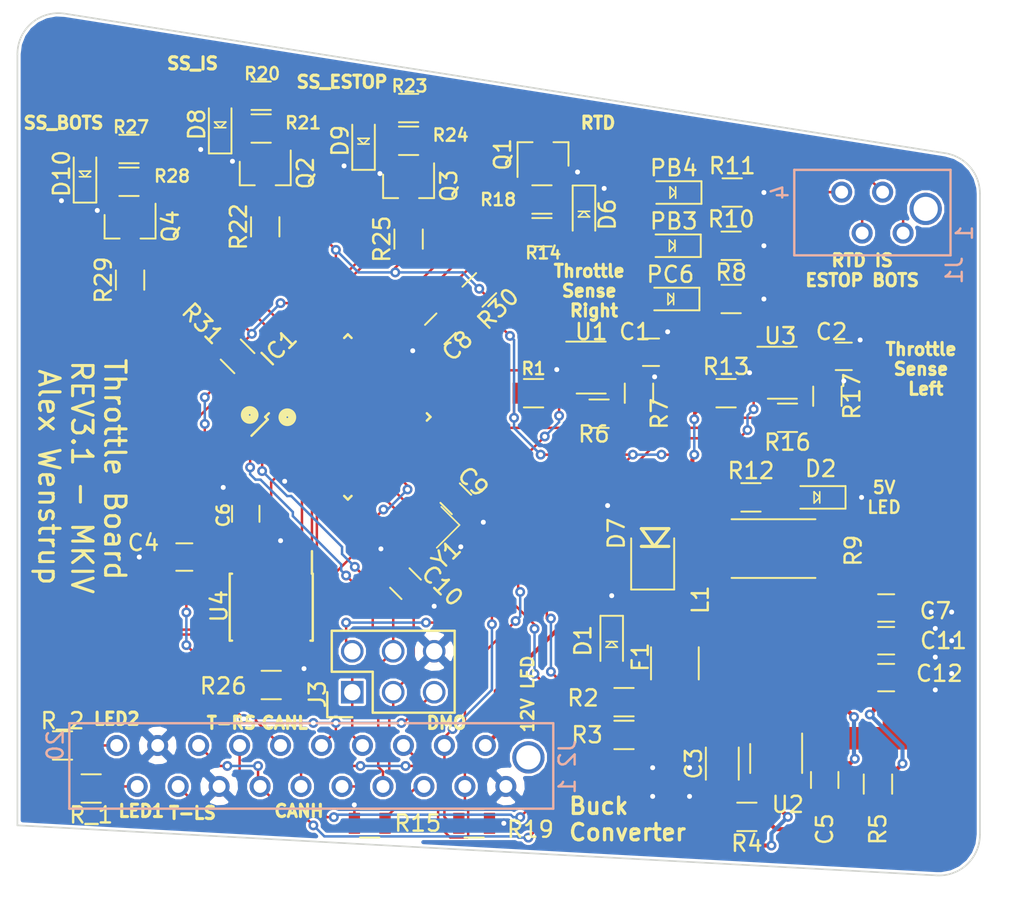
<source format=kicad_pcb>
(kicad_pcb (version 20171130) (host pcbnew 5.0.1-33cea8e~68~ubuntu18.04.1)
  (layers (0 F.Cu signal) (31 B.Cu signal) (34 B.Paste user) (35 F.Paste user) (36 B.SilkS user) (37 F.SilkS user) (38 B.Mask user) (39 F.Mask user hide) (44 Edge.Cuts user))
  (net 0 "")
  (net 1 GND)
  (net 2 VCC)
  (net 3 "Net-(D2-Pad2)")
  (net 4 /12V_Fused)
  (net 5 "Net-(C5-Pad1)")
  (net 6 "Net-(C5-Pad2)")
  (net 7 "Net-(C11-Pad1)")
  (net 8 "Net-(D1-Pad2)")
  (net 9 +12V)
  (net 10 "Net-(R3-Pad2)")
  (net 11 "Net-(R4-Pad1)")
  (net 12 "Net-(C8-Pad1)")
  (net 13 "Net-(C9-Pad1)")
  (net 14 "Net-(C10-Pad1)")
  (net 15 /ProgrammingLED1)
  (net 16 "Net-(D3-Pad1)")
  (net 17 "Net-(D4-Pad1)")
  (net 18 /ProgrammingLED2)
  (net 19 /ProgrammingLED3)
  (net 20 "Net-(D5-Pad1)")
  (net 21 "Net-(D6-Pad2)")
  (net 22 "Net-(D8-Pad2)")
  (net 23 "Net-(D9-Pad2)")
  (net 24 "Net-(D10-Pad2)")
  (net 25 /MISO)
  (net 26 /MOSI)
  (net 27 "Net-(IC1-Pad3)")
  (net 28 /TXCAN)
  (net 29 /RXCAN)
  (net 30 "Net-(IC1-Pad8)")
  (net 31 "Net-(IC1-Pad9)")
  (net 32 /SCK)
  (net 33 /Drive_Mode_Out)
  (net 34 "Net-(IC1-Pad14)")
  (net 35 "Net-(IC1-Pad15)")
  (net 36 "Net-(IC1-Pad16)")
  (net 37 /Throttle1Adjusted)
  (net 38 /Throttle2Adjusted)
  (net 39 "Net-(IC1-Pad21)")
  (net 40 /ReadyToDrive_LowDrive)
  (net 41 /SS_Inertia_Out_n)
  (net 42 /SS_EStop_Out_n)
  (net 43 /SS_BOTS_Out_n)
  (net 44 "Net-(IC1-Pad29)")
  (net 45 "Net-(IC1-Pad30)")
  (net 46 /RESET)
  (net 47 "Net-(IC1-Pad32)")
  (net 48 /SS_Cockpit_EStop)
  (net 49 /SS_BOTS)
  (net 50 /SS_Inertia_Switch)
  (net 51 /RTD)
  (net 52 /GND_DriveMode)
  (net 53 /CANH)
  (net 54 /CANL)
  (net 55 /Throttle1_Right_Sense)
  (net 56 /Throttle2_Left_Sense)
  (net 57 /LED1)
  (net 58 /LED2)
  (net 59 "Net-(R6-Pad2)")
  (net 60 "Net-(R16-Pad2)")
  (net 61 "Net-(U4-Pad5)")
  (module footprints:SOT-23-5_OEM (layer F.Cu) (at 131.91 65.974)
    (fp_text reference U1 (at 0 -2.22) (layer F.SilkS))
    (fp_text value MCP6001 hide)
    (pad 5 smd rect (at 1.1 -0.95) (size 1.06 0.65) (layers F.Cu F.Paste F.Mask) (net 2 VCC))
    (pad 4 smd rect (at 1.1 0.95) (size 1.06 0.65) (layers F.Cu F.Paste F.Mask) (net 59 "Net-(R6-Pad2)"))
    (pad 3 smd rect (at -1.1 0.95) (size 1.06 0.65) (layers F.Cu F.Paste F.Mask) (net 55 /Throttle1_Right_Sense))
    (pad 2 smd rect (at -1.1 0) (size 1.06 0.65) (layers F.Cu F.Paste F.Mask) (net 1 GND))
    (pad 1 smd rect (at -1.1 -0.95) (size 1.06 0.65) (layers F.Cu F.Paste F.Mask) (net 38 /Throttle2Adjusted))
  )
  (module footprints:SOIC-8_3.9x4.9mm_Pitch1.27mm_OEM (layer F.Cu) (at 112.070075 80.832509 270)
    (fp_text reference U4 (at -0.060509 3.231075 270) (layer F.SilkS))
    (fp_text value CAN_Transceiver hide)
    (pad 1 smd rect (at -2.7 -1.905 270) (size 1.55 0.6) (layers F.Cu F.Paste F.Mask) (net 28 /TXCAN))
    (pad 2 smd rect (at -2.7 -0.635 270) (size 1.55 0.6) (layers F.Cu F.Paste F.Mask) (net 1 GND))
    (pad 3 smd rect (at -2.7 0.635 270) (size 1.55 0.6) (layers F.Cu F.Paste F.Mask) (net 2 VCC))
    (pad 4 smd rect (at -2.7 1.905 270) (size 1.55 0.6) (layers F.Cu F.Paste F.Mask) (net 29 /RXCAN))
    (pad 5 smd rect (at 2.7 1.905 270) (size 1.55 0.6) (layers F.Cu F.Paste F.Mask) (net 61 "Net-(U4-Pad5)"))
    (pad 6 smd rect (at 2.7 0.635 270) (size 1.55 0.6) (layers F.Cu F.Paste F.Mask) (net 54 /CANL))
    (pad 7 smd rect (at 2.7 -0.635 270) (size 1.55 0.6) (layers F.Cu F.Paste F.Mask) (net 53 /CANH))
    (pad 8 smd rect (at 2.7 -1.905 270) (size 1.55 0.6) (layers F.Cu F.Paste F.Mask) (net 1 GND))
  )
  (module footprints:TQFP-32_7x7mm_Pitch0.8mm (layer F.Cu) (at 116.821783 69.03549 45)
    (fp_text reference IC1 (at 0 -6.05 45) (layer F.SilkS))
    (fp_text value ATMEGA16M1 hide)
    (pad 1 smd rect (at -4.25 -2.8 45) (size 1.6 0.55) (layers F.Cu F.Paste F.Mask) (net 25 /MISO))
    (pad 2 smd rect (at -4.25 -2 45) (size 1.6 0.55) (layers F.Cu F.Paste F.Mask) (net 26 /MOSI))
    (pad 3 smd rect (at -4.25 -1.2 45) (size 1.6 0.55) (layers F.Cu F.Paste F.Mask) (net 27 "Net-(IC1-Pad3)"))
    (pad 4 smd rect (at -4.25 -0.4 45) (size 1.6 0.55) (layers F.Cu F.Paste F.Mask) (net 2 VCC))
    (pad 5 smd rect (at -4.25 0.4 45) (size 1.6 0.55) (layers F.Cu F.Paste F.Mask) (net 1 GND))
    (pad 6 smd rect (at -4.25 1.2 45) (size 1.6 0.55) (layers F.Cu F.Paste F.Mask) (net 28 /TXCAN))
    (pad 7 smd rect (at -4.25 2 45) (size 1.6 0.55) (layers F.Cu F.Paste F.Mask) (net 29 /RXCAN))
    (pad 8 smd rect (at -4.25 2.8 45) (size 1.6 0.55) (layers F.Cu F.Paste F.Mask) (net 30 "Net-(IC1-Pad8)"))
    (pad 9 smd rect (at -2.8 4.25 135) (size 1.6 0.55) (layers F.Cu F.Paste F.Mask) (net 31 "Net-(IC1-Pad9)"))
    (pad 10 smd rect (at -2 4.25 135) (size 1.6 0.55) (layers F.Cu F.Paste F.Mask) (net 14 "Net-(C10-Pad1)"))
    (pad 11 smd rect (at -1.2 4.25 135) (size 1.6 0.55) (layers F.Cu F.Paste F.Mask) (net 13 "Net-(C9-Pad1)"))
    (pad 12 smd rect (at -0.4 4.25 135) (size 1.6 0.55) (layers F.Cu F.Paste F.Mask) (net 32 /SCK))
    (pad 13 smd rect (at 0.4 4.25 135) (size 1.6 0.55) (layers F.Cu F.Paste F.Mask) (net 33 /Drive_Mode_Out))
    (pad 14 smd rect (at 1.2 4.25 135) (size 1.6 0.55) (layers F.Cu F.Paste F.Mask) (net 34 "Net-(IC1-Pad14)"))
    (pad 15 smd rect (at 2 4.25 135) (size 1.6 0.55) (layers F.Cu F.Paste F.Mask) (net 35 "Net-(IC1-Pad15)"))
    (pad 16 smd rect (at 2.8 4.25 135) (size 1.6 0.55) (layers F.Cu F.Paste F.Mask) (net 36 "Net-(IC1-Pad16)"))
    (pad 17 smd rect (at 4.25 2.8 45) (size 1.6 0.55) (layers F.Cu F.Paste F.Mask) (net 37 /Throttle1Adjusted))
    (pad 18 smd rect (at 4.25 2 45) (size 1.6 0.55) (layers F.Cu F.Paste F.Mask) (net 38 /Throttle2Adjusted))
    (pad 19 smd rect (at 4.25 1.2 45) (size 1.6 0.55) (layers F.Cu F.Paste F.Mask) (net 12 "Net-(C8-Pad1)"))
    (pad 20 smd rect (at 4.25 0.4 45) (size 1.6 0.55) (layers F.Cu F.Paste F.Mask) (net 1 GND))
    (pad 21 smd rect (at 4.25 -0.4 45) (size 1.6 0.55) (layers F.Cu F.Paste F.Mask) (net 39 "Net-(IC1-Pad21)"))
    (pad 22 smd rect (at 4.25 -1.2 45) (size 1.6 0.55) (layers F.Cu F.Paste F.Mask) (net 15 /ProgrammingLED1))
    (pad 23 smd rect (at 4.25 -2 45) (size 1.6 0.55) (layers F.Cu F.Paste F.Mask) (net 18 /ProgrammingLED2))
    (pad 24 smd rect (at 4.25 -2.8 45) (size 1.6 0.55) (layers F.Cu F.Paste F.Mask) (net 19 /ProgrammingLED3))
    (pad 25 smd rect (at 2.8 -4.25 135) (size 1.6 0.55) (layers F.Cu F.Paste F.Mask) (net 40 /ReadyToDrive_LowDrive))
    (pad 26 smd rect (at 2 -4.25 135) (size 1.6 0.55) (layers F.Cu F.Paste F.Mask) (net 42 /SS_EStop_Out_n))
    (pad 27 smd rect (at 1.2 -4.25 135) (size 1.6 0.55) (layers F.Cu F.Paste F.Mask) (net 41 /SS_Inertia_Out_n))
    (pad 28 smd rect (at 0.4 -4.25 135) (size 1.6 0.55) (layers F.Cu F.Paste F.Mask) (net 43 /SS_BOTS_Out_n))
    (pad 29 smd rect (at -0.4 -4.25 135) (size 1.6 0.55) (layers F.Cu F.Paste F.Mask) (net 44 "Net-(IC1-Pad29)"))
    (pad 30 smd rect (at -1.2 -4.25 135) (size 1.6 0.55) (layers F.Cu F.Paste F.Mask) (net 45 "Net-(IC1-Pad30)"))
    (pad 31 smd rect (at -2 -4.25 135) (size 1.6 0.55) (layers F.Cu F.Paste F.Mask) (net 46 /RESET))
    (pad 32 smd rect (at -2.8 -4.25 135) (size 1.6 0.55) (layers F.Cu F.Paste F.Mask) (net 47 "Net-(IC1-Pad32)"))
  )
  (module footprints:Pin_Header_Straight_2x03 (layer F.Cu) (at 117.094 86.106 90)
    (fp_text reference J3 (at -0.127 -2.159 90) (layer F.SilkS))
    (fp_text value CONN_02X03 hide)
    (pad 1 thru_hole rect (at 0 0 90) (size 1.4 1.4) (drill 1.016) (layers *.Cu *.Mask) (net 25 /MISO))
    (pad 2 thru_hole circle (at 2.54 0 90) (size 1.4 1.4) (drill 1.016) (layers *.Cu *.Mask) (net 2 VCC))
    (pad 3 thru_hole circle (at 0 2.54 90) (size 1.4 1.4) (drill 1.016) (layers *.Cu *.Mask) (net 32 /SCK))
    (pad 4 thru_hole circle (at 2.54 2.54 90) (size 1.4 1.4) (drill 1.016) (layers *.Cu *.Mask) (net 26 /MOSI))
    (pad 5 thru_hole circle (at 0 5.08 90) (size 1.4 1.4) (drill 1.016) (layers *.Cu *.Mask) (net 46 /RESET))
    (pad 6 thru_hole circle (at 2.54 5.08 90) (size 1.4 1.4) (drill 1.016) (layers *.Cu *.Mask) (net 1 GND))
  )
  (module footprints:C_0805_OEM (layer F.Cu) (at 146.390879 91.548933 90)
    (fp_text reference C5 (at -3.048 0 90) (layer F.SilkS))
    (fp_text value C_0.1uF hide)
    (pad 2 smd rect (at 1 0 90) (size 1 1.25) (layers F.Cu F.Paste F.Mask) (net 6 "Net-(C5-Pad2)"))
    (pad 1 smd rect (at -1 0 90) (size 1 1.25) (layers F.Cu F.Paste F.Mask) (net 5 "Net-(C5-Pad1)"))
  )
  (module footprints:C_0805_OEM (layer F.Cu) (at 150.200879 82.912933)
    (fp_text reference C11 (at 3.556 0) (layer F.SilkS))
    (fp_text value C_1uF hide)
    (pad 2 smd rect (at 1 0) (size 1 1.25) (layers F.Cu F.Paste F.Mask) (net 1 GND))
    (pad 1 smd rect (at -1 0) (size 1 1.25) (layers F.Cu F.Paste F.Mask) (net 7 "Net-(C11-Pad1)"))
  )
  (module footprints:C_0805_OEM (layer F.Cu) (at 150.200879 85.198933)
    (fp_text reference C12 (at 3.302 -0.254) (layer F.SilkS))
    (fp_text value C_47uF hide)
    (pad 2 smd rect (at 1 0) (size 1 1.25) (layers F.Cu F.Paste F.Mask) (net 1 GND))
    (pad 1 smd rect (at -1 0) (size 1 1.25) (layers F.Cu F.Paste F.Mask) (net 7 "Net-(C11-Pad1)"))
  )
  (module footprints:LED_0805_OEM (layer F.Cu) (at 145.882879 74.022933 180)
    (fp_text reference D2 (at -0.254 1.778) (layer F.SilkS))
    (fp_text value LED_0805 hide)
    (pad 1 smd rect (at -1.1 0) (size 1.2 1.2) (layers F.Cu F.Paste F.Mask) (net 1 GND))
    (pad 2 smd rect (at 1.1 0) (size 1.2 1.2) (layers F.Cu F.Paste F.Mask) (net 3 "Net-(D2-Pad2)"))
  )
  (module footprints:Fuse_1210 (layer F.Cu) (at 137.100379 84.315433 270)
    (fp_text reference F1 (at -0.3865 2.1395 90) (layer F.SilkS))
    (fp_text value 500mA hide)
    (pad 2 smd rect (at 1.45 0 270) (size 0.9 2.5) (layers F.Cu F.Paste F.Mask) (net 4 /12V_Fused))
    (pad 1 smd rect (at -1.45 0 270) (size 0.9 2.5) (layers F.Cu F.Paste F.Mask) (net 9 +12V))
  )
  (module footprints:4.7uH_Inductor_OEM (layer F.Cu) (at 143.406379 83.611433 90)
    (fp_text reference L1 (at 3.2385 -4.722379 90) (layer F.SilkS))
    (fp_text value L_4.7uH hide)
    (pad 2 smd rect (at 2.35 0 90) (size 3.3 8.2) (layers F.Cu F.Paste F.Mask) (net 7 "Net-(C11-Pad1)"))
    (pad 1 smd rect (at -2.35 0 90) (size 3.3 8.2) (layers F.Cu F.Paste F.Mask) (net 6 "Net-(C5-Pad2)"))
  )
  (module footprints:R_0805_OEM (layer F.Cu) (at 133.944879 86.722933 180)
    (fp_text reference R2 (at 2.54 0.254 180) (layer F.SilkS))
    (fp_text value R_1k hide)
    (pad 2 smd rect (at 0.95 0 180) (size 0.7 1.3) (layers F.Cu F.Paste F.Mask) (net 8 "Net-(D1-Pad2)"))
    (pad 1 smd rect (at -0.95 0 180) (size 0.7 1.3) (layers F.Cu F.Paste F.Mask) (net 4 /12V_Fused))
  )
  (module footprints:R_0805_OEM (layer F.Cu) (at 133.944879 88.754933 180)
    (fp_text reference R3 (at 2.286 0) (layer F.SilkS))
    (fp_text value R_10k hide)
    (pad 2 smd rect (at 0.95 0 180) (size 0.7 1.3) (layers F.Cu F.Paste F.Mask) (net 10 "Net-(R3-Pad2)"))
    (pad 1 smd rect (at -0.95 0 180) (size 0.7 1.3) (layers F.Cu F.Paste F.Mask) (net 4 /12V_Fused))
  )
  (module footprints:R_0805_OEM (layer F.Cu) (at 141.818879 74.022933)
    (fp_text reference R12 (at 0 -1.65) (layer F.SilkS))
    (fp_text value R_200 hide)
    (pad 2 smd rect (at 0.95 0) (size 0.7 1.3) (layers F.Cu F.Paste F.Mask) (net 3 "Net-(D2-Pad2)"))
    (pad 1 smd rect (at -0.95 0) (size 0.7 1.3) (layers F.Cu F.Paste F.Mask) (net 2 VCC))
  )
  (module footprints:SOT-23-6_OEM (layer F.Cu) (at 143.380979 90.215433 270)
    (fp_text reference U2 (at 2.8575 -0.7239) (layer F.SilkS))
    (fp_text value TPS561201 hide)
    (pad 5 smd rect (at 1.1 0 270) (size 1.06 0.65) (layers F.Cu F.Paste F.Mask) (net 10 "Net-(R3-Pad2)"))
    (pad 6 smd rect (at 1.1 -0.95 270) (size 1.06 0.65) (layers F.Cu F.Paste F.Mask) (net 5 "Net-(C5-Pad1)"))
    (pad 4 smd rect (at 1.1 0.95 270) (size 1.06 0.65) (layers F.Cu F.Paste F.Mask) (net 11 "Net-(R4-Pad1)"))
    (pad 3 smd rect (at -1.1 0.95 270) (size 1.06 0.65) (layers F.Cu F.Paste F.Mask) (net 4 /12V_Fused))
    (pad 2 smd rect (at -1.1 0 270) (size 1.06 0.65) (layers F.Cu F.Paste F.Mask) (net 6 "Net-(C5-Pad2)"))
    (pad 1 smd rect (at -1.1 -0.95 270) (size 1.06 0.65) (layers F.Cu F.Paste F.Mask) (net 1 GND))
  )
  (module footprints:C_1206_OEM (layer F.Cu) (at 140.040879 90.532933 270)
    (fp_text reference C3 (at 0 1.778 270) (layer F.SilkS))
    (fp_text value C_22uF hide)
    (pad 2 smd rect (at 1.5 0 270) (size 1 1.6) (layers F.Cu F.Paste F.Mask) (net 1 GND))
    (pad 1 smd rect (at -1.5 0 270) (size 1 1.6) (layers F.Cu F.Paste F.Mask) (net 4 /12V_Fused))
  )
  (module footprints:C_0805_OEM (layer F.Cu) (at 150.200879 80.880933)
    (fp_text reference C7 (at 3.052 0.183) (layer F.SilkS))
    (fp_text value C_0.1uF hide)
    (pad 2 smd rect (at 1 0) (size 1 1.25) (layers F.Cu F.Paste F.Mask) (net 1 GND))
    (pad 1 smd rect (at -1 0) (size 1 1.25) (layers F.Cu F.Paste F.Mask) (net 7 "Net-(C11-Pad1)"))
  )
  (module footprints:LED_0805_OEM (layer F.Cu) (at 133.182879 83.166933 270)
    (fp_text reference D1 (at -0.254 1.778 270) (layer F.SilkS))
    (fp_text value LED_0805 hide)
    (pad 1 smd rect (at -1.1 0 90) (size 1.2 1.2) (layers F.Cu F.Paste F.Mask) (net 1 GND))
    (pad 2 smd rect (at 1.1 0 90) (size 1.2 1.2) (layers F.Cu F.Paste F.Mask) (net 8 "Net-(D1-Pad2)"))
  )
  (module footprints:DO-214AA (layer F.Cu) (at 135.722879 76.562933 90)
    (fp_text reference D7 (at 0.3 -2.25 90) (layer F.SilkS))
    (fp_text value D_Zener_18V hide)
    (pad 1 smd rect (at -2.032 0 270) (size 1.778 2.159) (layers F.Cu F.Paste F.Mask) (net 9 +12V))
    (pad 2 smd rect (at 2.032 0 270) (size 1.778 2.159) (layers F.Cu F.Paste F.Mask) (net 1 GND))
  )
  (module footprints:R_2512_OEM (layer F.Cu) (at 143.215879 77.197933)
    (fp_text reference R9 (at 4.953 0.127 90) (layer F.SilkS))
    (fp_text value R_0_Jumper hide)
    (pad 2 smd rect (at 3.1 0) (size 1 3.2) (layers F.Cu F.Paste F.Mask) (net 7 "Net-(C11-Pad1)"))
    (pad 1 smd rect (at -3.1 0) (size 1 3.2) (layers F.Cu F.Paste F.Mask) (net 2 VCC))
  )
  (module footprints:R_0805_OEM (layer F.Cu) (at 141.564879 93.834933 180)
    (fp_text reference R4 (at 0 -1.65 180) (layer F.SilkS))
    (fp_text value R_10k hide)
    (pad 2 smd rect (at 0.95 0 180) (size 0.7 1.3) (layers F.Cu F.Paste F.Mask) (net 1 GND))
    (pad 1 smd rect (at -0.95 0 180) (size 0.7 1.3) (layers F.Cu F.Paste F.Mask) (net 11 "Net-(R4-Pad1)"))
  )
  (module footprints:R_0805_OEM (layer F.Cu) (at 149.692879 91.802933 90)
    (fp_text reference R5 (at -2.794 0 90) (layer F.SilkS))
    (fp_text value R_51.1k hide)
    (pad 2 smd rect (at 0.95 0 90) (size 0.7 1.3) (layers F.Cu F.Paste F.Mask) (net 7 "Net-(C11-Pad1)"))
    (pad 1 smd rect (at -0.95 0 90) (size 0.7 1.3) (layers F.Cu F.Paste F.Mask) (net 11 "Net-(R4-Pad1)"))
  )
  (module footprints:C_0805_OEM (layer F.Cu) (at 135.62 65.024 180)
    (fp_text reference C1 (at 1 1.27 180) (layer F.SilkS))
    (fp_text value C_0.1uF hide)
    (pad 2 smd rect (at 1 0 180) (size 1 1.25) (layers F.Cu F.Paste F.Mask) (net 2 VCC))
    (pad 1 smd rect (at -1 0 180) (size 1 1.25) (layers F.Cu F.Paste F.Mask) (net 1 GND))
  )
  (module footprints:C_0805_OEM (layer F.Cu) (at 147.574 65.278 180)
    (fp_text reference C2 (at 0.762 1.524 180) (layer F.SilkS))
    (fp_text value C_0.1uF hide)
    (pad 1 smd rect (at -1 0 180) (size 1 1.25) (layers F.Cu F.Paste F.Mask) (net 1 GND))
    (pad 2 smd rect (at 1 0 180) (size 1 1.25) (layers F.Cu F.Paste F.Mask) (net 2 VCC))
  )
  (module footprints:C_0805_OEM (layer F.Cu) (at 106.68 77.724 180)
    (fp_text reference C4 (at 2.54 0.889 180) (layer F.SilkS))
    (fp_text value C_0.1uF hide)
    (pad 1 smd rect (at -1 0 180) (size 1 1.25) (layers F.Cu F.Paste F.Mask) (net 2 VCC))
    (pad 2 smd rect (at 1 0 180) (size 1 1.25) (layers F.Cu F.Paste F.Mask) (net 1 GND))
  )
  (module footprints:C_0805_OEM (layer F.Cu) (at 110.49 75.041 90)
    (fp_text reference C6 (at -0.086828 -1.397 90) (layer F.SilkS) (effects (font (size 0.762 0.762))))
    (fp_text value C_0.1uF hide)
    (pad 2 smd rect (at 1 0 90) (size 1 1.25) (layers F.Cu F.Paste F.Mask) (net 1 GND))
    (pad 1 smd rect (at -1 0 90) (size 1 1.25) (layers F.Cu F.Paste F.Mask) (net 2 VCC))
  )
  (module footprints:C_0805_OEM (layer F.Cu) (at 122.561368 63.571676 225)
    (fp_text reference C8 (at 0 -1.5 225) (layer F.SilkS))
    (fp_text value C_100pF hide)
    (pad 1 smd rect (at -1 0 225) (size 1 1.25) (layers F.Cu F.Paste F.Mask) (net 12 "Net-(C8-Pad1)"))
    (pad 2 smd rect (at 1 0 225) (size 1 1.25) (layers F.Cu F.Paste F.Mask) (net 1 GND))
  )
  (module footprints:C_0805_OEM (layer F.Cu) (at 123.516107 74.113107 315)
    (fp_text reference C9 (at 0 -1.5 315) (layer F.SilkS))
    (fp_text value C_30pF hide)
    (pad 1 smd rect (at -1 0 315) (size 1 1.25) (layers F.Cu F.Paste F.Mask) (net 13 "Net-(C9-Pad1)"))
    (pad 2 smd rect (at 1 0 315) (size 1 1.25) (layers F.Cu F.Paste F.Mask) (net 1 GND))
  )
  (module footprints:C_0805_OEM (layer F.Cu) (at 120.396 79.375 315)
    (fp_text reference C10 (at 1.706249 -1.526644 315) (layer F.SilkS))
    (fp_text value C_30pF hide)
    (pad 2 smd rect (at 1 0 315) (size 1 1.25) (layers F.Cu F.Paste F.Mask) (net 1 GND))
    (pad 1 smd rect (at -1 0 315) (size 1 1.25) (layers F.Cu F.Paste F.Mask) (net 14 "Net-(C10-Pad1)"))
  )
  (module footprints:LED_0805_OEM (layer F.Cu) (at 136.822 61.722 180)
    (fp_text reference PC6 (at 0 1.524 180) (layer F.SilkS))
    (fp_text value LED_0805 hide)
    (pad 2 smd rect (at 1.1 0) (size 1.2 1.2) (layers F.Cu F.Paste F.Mask) (net 15 /ProgrammingLED1))
    (pad 1 smd rect (at -1.1 0) (size 1.2 1.2) (layers F.Cu F.Paste F.Mask) (net 16 "Net-(D3-Pad1)"))
  )
  (module footprints:LED_0805_OEM (layer F.Cu) (at 136.906 58.42 180)
    (fp_text reference PB3 (at -0.127 1.524 180) (layer F.SilkS))
    (fp_text value LED_0805 hide)
    (pad 1 smd rect (at -1.1 0) (size 1.2 1.2) (layers F.Cu F.Paste F.Mask) (net 17 "Net-(D4-Pad1)"))
    (pad 2 smd rect (at 1.1 0) (size 1.2 1.2) (layers F.Cu F.Paste F.Mask) (net 18 /ProgrammingLED2))
  )
  (module footprints:LED_0805_OEM (layer F.Cu) (at 136.949 55.118 180)
    (fp_text reference PB4 (at -0.084 1.524 180) (layer F.SilkS))
    (fp_text value LED_0805 hide)
    (pad 2 smd rect (at 1.1 0) (size 1.2 1.2) (layers F.Cu F.Paste F.Mask) (net 19 /ProgrammingLED3))
    (pad 1 smd rect (at -1.1 0) (size 1.2 1.2) (layers F.Cu F.Paste F.Mask) (net 20 "Net-(D5-Pad1)"))
  )
  (module footprints:LED_0805_OEM (layer F.Cu) (at 131.462711 56.483147 270)
    (fp_text reference D6 (at 0 -1.45 270) (layer F.SilkS))
    (fp_text value LED_0805 hide)
    (pad 1 smd rect (at -1.1 0 90) (size 1.2 1.2) (layers F.Cu F.Paste F.Mask) (net 1 GND))
    (pad 2 smd rect (at 1.1 0 90) (size 1.2 1.2) (layers F.Cu F.Paste F.Mask) (net 21 "Net-(D6-Pad2)"))
  )
  (module footprints:LED_0805_OEM (layer F.Cu) (at 108.903581 50.895369 90)
    (fp_text reference D8 (at 0 -1.45 90) (layer F.SilkS))
    (fp_text value LED_0805 hide)
    (pad 1 smd rect (at -1.1 0 270) (size 1.2 1.2) (layers F.Cu F.Paste F.Mask) (net 1 GND))
    (pad 2 smd rect (at 1.1 0 270) (size 1.2 1.2) (layers F.Cu F.Paste F.Mask) (net 22 "Net-(D8-Pad2)"))
  )
  (module footprints:LED_0805_OEM (layer F.Cu) (at 117.793581 51.911369 90)
    (fp_text reference D9 (at 0 -1.45 90) (layer F.SilkS))
    (fp_text value LED_0805 hide)
    (pad 2 smd rect (at 1.1 0 270) (size 1.2 1.2) (layers F.Cu F.Paste F.Mask) (net 23 "Net-(D9-Pad2)"))
    (pad 1 smd rect (at -1.1 0 270) (size 1.2 1.2) (layers F.Cu F.Paste F.Mask) (net 1 GND))
  )
  (module footprints:LED_0805_OEM (layer F.Cu) (at 100.521581 53.943369 90)
    (fp_text reference D10 (at 0 -1.45 90) (layer F.SilkS))
    (fp_text value LED_0805 hide)
    (pad 2 smd rect (at 1.1 0 270) (size 1.2 1.2) (layers F.Cu F.Paste F.Mask) (net 24 "Net-(D10-Pad2)"))
    (pad 1 smd rect (at -1.1 0 270) (size 1.2 1.2) (layers F.Cu F.Paste F.Mask) (net 1 GND))
  )
  (module footprints:micromatch_female_vert_4 (layer B.Cu) (at 146.174 57.634 90)
    (fp_text reference J1 (at -2.31 8.258 90) (layer B.SilkS) (effects (justify mirror)))
    (fp_text value micromatch_female_TOP_ENTRY_locking_4 hide)
    (fp_text user 4 (at 2.54 -2.54 90) (layer B.SilkS) (effects (justify mirror)))
    (fp_text user 1 (at 0 8.89 90) (layer B.SilkS) (effects (justify mirror)))
    (pad 3 thru_hole circle (at 0 2.54 90) (size 1.3 1.3) (drill 0.8) (layers *.Cu *.Mask) (net 48 /SS_Cockpit_EStop))
    (pad 1 thru_hole circle (at 0 5.08 90) (size 1.3 1.3) (drill 0.8) (layers *.Cu *.Mask) (net 49 /SS_BOTS))
    (pad 2 thru_hole circle (at 2.54 3.81 90) (size 1.3 1.3) (drill 0.8) (layers *.Cu *.Mask) (net 50 /SS_Inertia_Switch))
    (pad 4 thru_hole circle (at 2.54 1.27 90) (size 1.3 1.3) (drill 0.8) (layers *.Cu *.Mask) (net 51 /RTD))
    (pad 5 thru_hole circle (at 1.5 6.48 90) (size 2 2) (drill 1.5) (layers *.Cu *.Mask))
  )
  (module footprints:micromatch_female_vert_20 (layer B.Cu) (at 121.539 91.948 90)
    (fp_text reference J2 (at 2.032 8.89 90) (layer B.SilkS) (effects (justify mirror)))
    (fp_text value micromatch_female_TOP_ENTRY_locking_20 hide)
    (fp_text user 20 (at 2.54 -22.86 90) (layer B.SilkS) (effects (justify mirror)))
    (fp_text user 1 (at 0 8.89 90) (layer B.SilkS) (effects (justify mirror)))
    (pad 5 thru_hole circle (at 0 0 90) (size 1.3 1.3) (drill 0.8) (layers *.Cu *.Mask) (net 52 /GND_DriveMode))
    (pad 3 thru_hole circle (at 0 2.54 90) (size 1.3 1.3) (drill 0.8) (layers *.Cu *.Mask) (net 2 VCC))
    (pad 1 thru_hole circle (at 0 5.08 90) (size 1.3 1.3) (drill 0.8) (layers *.Cu *.Mask) (net 1 GND))
    (pad 7 thru_hole circle (at 0 -2.54 90) (size 1.3 1.3) (drill 0.8) (layers *.Cu *.Mask) (net 26 /MOSI))
    (pad 2 thru_hole circle (at 2.54 3.81 90) (size 1.3 1.3) (drill 0.8) (layers *.Cu *.Mask) (net 9 +12V))
    (pad 4 thru_hole circle (at 2.54 1.27 90) (size 1.3 1.3) (drill 0.8) (layers *.Cu *.Mask) (net 33 /Drive_Mode_Out))
    (pad 6 thru_hole circle (at 2.54 -1.27 90) (size 1.3 1.3) (drill 0.8) (layers *.Cu *.Mask) (net 2 VCC))
    (pad 8 thru_hole circle (at 2.54 -3.81 90) (size 1.3 1.3) (drill 0.8) (layers *.Cu *.Mask) (net 25 /MISO))
    (pad 9 thru_hole circle (at 0 -5.08 90) (size 1.3 1.3) (drill 0.8) (layers *.Cu *.Mask) (net 32 /SCK))
    (pad 10 thru_hole circle (at 2.54 -6.35 90) (size 1.3 1.3) (drill 0.8) (layers *.Cu *.Mask) (net 46 /RESET))
    (pad 11 thru_hole circle (at 0 -7.62 90) (size 1.3 1.3) (drill 0.8) (layers *.Cu *.Mask) (net 53 /CANH))
    (pad 12 thru_hole circle (at 2.54 -8.89 90) (size 1.3 1.3) (drill 0.8) (layers *.Cu *.Mask) (net 54 /CANL))
    (pad 13 thru_hole circle (at 0 -10.16 90) (size 1.3 1.3) (drill 0.8) (layers *.Cu *.Mask) (net 2 VCC))
    (pad 14 thru_hole circle (at 2.54 -11.43 90) (size 1.3 1.3) (drill 0.8) (layers *.Cu *.Mask) (net 55 /Throttle1_Right_Sense))
    (pad 15 thru_hole circle (at 0 -12.7 90) (size 1.3 1.3) (drill 0.8) (layers *.Cu *.Mask) (net 1 GND))
    (pad 16 thru_hole circle (at 2.54 -13.97 90) (size 1.3 1.3) (drill 0.8) (layers *.Cu *.Mask) (net 2 VCC))
    (pad 17 thru_hole circle (at 0 -15.24 90) (size 1.3 1.3) (drill 0.8) (layers *.Cu *.Mask) (net 56 /Throttle2_Left_Sense))
    (pad 18 thru_hole circle (at 2.54 -16.51 90) (size 1.3 1.3) (drill 0.8) (layers *.Cu *.Mask) (net 1 GND))
    (pad 19 thru_hole circle (at 0 -17.78 90) (size 1.3 1.3) (drill 0.8) (layers *.Cu *.Mask) (net 57 /LED1))
    (pad 20 thru_hole circle (at 2.54 -19.05 90) (size 1.3 1.3) (drill 0.8) (layers *.Cu *.Mask) (net 58 /LED2))
    (pad 21 thru_hole circle (at 1.8 6.48 90) (size 2 2) (drill 1.5) (layers *.Cu *.Mask))
  )
  (module footprints:SOT-23F (layer F.Cu) (at 128.922711 52.757147 90)
    (fp_text reference Q1 (at 0 -2.5 90) (layer F.SilkS))
    (fp_text value SSM3K333R hide)
    (pad 1 smd rect (at -1.05 -0.95 90) (size 0.9 0.8) (layers F.Cu F.Paste F.Mask) (net 40 /ReadyToDrive_LowDrive))
    (pad 2 smd rect (at -1.05 0.95 90) (size 0.9 0.8) (layers F.Cu F.Paste F.Mask) (net 1 GND))
    (pad 3 smd rect (at 1.05 0 90) (size 0.9 0.8) (layers F.Cu F.Paste F.Mask) (net 51 /RTD))
  )
  (module footprints:SOT-23F (layer F.Cu) (at 111.697581 53.909369 270)
    (fp_text reference Q2 (at 0 -2.5 270) (layer F.SilkS))
    (fp_text value SSM3K333R hide)
    (pad 1 smd rect (at -1.05 -0.95 270) (size 0.9 0.8) (layers F.Cu F.Paste F.Mask) (net 50 /SS_Inertia_Switch))
    (pad 2 smd rect (at -1.05 0.95 270) (size 0.9 0.8) (layers F.Cu F.Paste F.Mask) (net 1 GND))
    (pad 3 smd rect (at 1.05 0 270) (size 0.9 0.8) (layers F.Cu F.Paste F.Mask) (net 41 /SS_Inertia_Out_n))
  )
  (module footprints:SOT-23F (layer F.Cu) (at 120.587581 54.705369 270)
    (fp_text reference Q3 (at 0 -2.5 270) (layer F.SilkS))
    (fp_text value SSM3K333R hide)
    (pad 3 smd rect (at 1.05 0 270) (size 0.9 0.8) (layers F.Cu F.Paste F.Mask) (net 42 /SS_EStop_Out_n))
    (pad 2 smd rect (at -1.05 0.95 270) (size 0.9 0.8) (layers F.Cu F.Paste F.Mask) (net 1 GND))
    (pad 1 smd rect (at -1.05 -0.95 270) (size 0.9 0.8) (layers F.Cu F.Paste F.Mask) (net 48 /SS_Cockpit_EStop))
  )
  (module footprints:SOT-23F (layer F.Cu) (at 103.315581 57.211369 270)
    (fp_text reference Q4 (at 0 -2.5 270) (layer F.SilkS))
    (fp_text value SSM3K333R hide)
    (pad 3 smd rect (at 1.05 0 270) (size 0.9 0.8) (layers F.Cu F.Paste F.Mask) (net 43 /SS_BOTS_Out_n))
    (pad 2 smd rect (at -1.05 0.95 270) (size 0.9 0.8) (layers F.Cu F.Paste F.Mask) (net 1 GND))
    (pad 1 smd rect (at -1.05 -0.95 270) (size 0.9 0.8) (layers F.Cu F.Paste F.Mask) (net 49 /SS_BOTS))
  )
  (module footprints:R_0805_OEM (layer F.Cu) (at 128.336 67.564)
    (fp_text reference R1 (at 0 -1.524) (layer F.SilkS) (effects (font (size 0.762 0.762))))
    (fp_text value R_1M hide)
    (pad 1 smd rect (at -0.95 0) (size 0.7 1.3) (layers F.Cu F.Paste F.Mask) (net 2 VCC))
    (pad 2 smd rect (at 0.95 0) (size 0.7 1.3) (layers F.Cu F.Paste F.Mask) (net 55 /Throttle1_Right_Sense))
  )
  (module footprints:R_0805_OEM (layer F.Cu) (at 132.4 68.834)
    (fp_text reference R6 (at -0.32 1.27) (layer F.SilkS))
    (fp_text value R_1k hide)
    (pad 2 smd rect (at 0.95 0) (size 0.7 1.3) (layers F.Cu F.Paste F.Mask) (net 59 "Net-(R6-Pad2)"))
    (pad 1 smd rect (at -0.95 0) (size 0.7 1.3) (layers F.Cu F.Paste F.Mask) (net 38 /Throttle2Adjusted))
  )
  (module footprints:R_0805_OEM (layer F.Cu) (at 134.874 67.564 90)
    (fp_text reference R7 (at -1.27 1.27 90) (layer F.SilkS))
    (fp_text value R_2.2k hide)
    (pad 1 smd rect (at -0.95 0 90) (size 0.7 1.3) (layers F.Cu F.Paste F.Mask) (net 59 "Net-(R6-Pad2)"))
    (pad 2 smd rect (at 0.95 0 90) (size 0.7 1.3) (layers F.Cu F.Paste F.Mask) (net 1 GND))
  )
  (module footprints:R_0805_OEM (layer F.Cu) (at 140.589 61.722)
    (fp_text reference R8 (at 0 -1.65) (layer F.SilkS))
    (fp_text value R_200 hide)
    (pad 2 smd rect (at 0.95 0) (size 0.7 1.3) (layers F.Cu F.Paste F.Mask) (net 1 GND))
    (pad 1 smd rect (at -0.95 0) (size 0.7 1.3) (layers F.Cu F.Paste F.Mask) (net 16 "Net-(D3-Pad1)"))
  )
  (module footprints:R_0805_OEM (layer F.Cu) (at 140.589 58.42)
    (fp_text reference R10 (at 0 -1.65) (layer F.SilkS))
    (fp_text value R_200 hide)
    (pad 2 smd rect (at 0.95 0) (size 0.7 1.3) (layers F.Cu F.Paste F.Mask) (net 1 GND))
    (pad 1 smd rect (at -0.95 0) (size 0.7 1.3) (layers F.Cu F.Paste F.Mask) (net 17 "Net-(D4-Pad1)"))
  )
  (module footprints:R_0805_OEM (layer F.Cu) (at 140.655 55.118)
    (fp_text reference R11 (at 0 -1.65) (layer F.SilkS))
    (fp_text value R_200 hide)
    (pad 2 smd rect (at 0.95 0) (size 0.7 1.3) (layers F.Cu F.Paste F.Mask) (net 1 GND))
    (pad 1 smd rect (at -0.95 0) (size 0.7 1.3) (layers F.Cu F.Paste F.Mask) (net 20 "Net-(D5-Pad1)"))
  )
  (module footprints:R_0805_OEM (layer F.Cu) (at 140.274 67.564)
    (fp_text reference R13 (at 0 -1.65) (layer F.SilkS))
    (fp_text value R_1M hide)
    (pad 2 smd rect (at 0.95 0) (size 0.7 1.3) (layers F.Cu F.Paste F.Mask) (net 56 /Throttle2_Left_Sense))
    (pad 1 smd rect (at -0.95 0) (size 0.7 1.3) (layers F.Cu F.Paste F.Mask) (net 2 VCC))
  )
  (module footprints:R_0805_OEM (layer F.Cu) (at 128.856711 57.583147)
    (fp_text reference R14 (at 0.078413 1.278629 -180) (layer F.SilkS) (effects (font (size 0.762 0.762))))
    (fp_text value R_200 hide)
    (pad 1 smd rect (at -0.95 0) (size 0.7 1.3) (layers F.Cu F.Paste F.Mask) (net 40 /ReadyToDrive_LowDrive))
    (pad 2 smd rect (at 0.95 0) (size 0.7 1.3) (layers F.Cu F.Paste F.Mask) (net 21 "Net-(D6-Pad2)"))
  )
  (module footprints:R_0805_OEM (layer F.Cu) (at 118.176 94.234)
    (fp_text reference R15 (at 2.982 0 180) (layer F.SilkS))
    (fp_text value R_22K hide)
    (pad 1 smd rect (at -0.95 0) (size 0.7 1.3) (layers F.Cu F.Paste F.Mask) (net 1 GND))
    (pad 2 smd rect (at 0.95 0) (size 0.7 1.3) (layers F.Cu F.Paste F.Mask) (net 52 /GND_DriveMode))
  )
  (module footprints:R_0805_OEM (layer F.Cu) (at 144.084 69.088)
    (fp_text reference R16 (at 0 1.524) (layer F.SilkS))
    (fp_text value R_2.2k hide)
    (pad 1 smd rect (at -0.95 0) (size 0.7 1.3) (layers F.Cu F.Paste F.Mask) (net 37 /Throttle1Adjusted))
    (pad 2 smd rect (at 0.95 0) (size 0.7 1.3) (layers F.Cu F.Paste F.Mask) (net 60 "Net-(R16-Pad2)"))
  )
  (module footprints:R_0805_OEM (layer F.Cu) (at 146.558 67.752 90)
    (fp_text reference R17 (at 0 1.524 90) (layer F.SilkS))
    (fp_text value R_2.2k hide)
    (pad 2 smd rect (at 0.95 0 90) (size 0.7 1.3) (layers F.Cu F.Paste F.Mask) (net 1 GND))
    (pad 1 smd rect (at -0.95 0 90) (size 0.7 1.3) (layers F.Cu F.Paste F.Mask) (net 60 "Net-(R16-Pad2)"))
  )
  (module footprints:R_0805_OEM (layer F.Cu) (at 128.856711 55.551147)
    (fp_text reference R18 (at -2.715587 0.008629 -180) (layer F.SilkS) (effects (font (size 0.762 0.762))))
    (fp_text value R_100K hide)
    (pad 1 smd rect (at -0.95 0) (size 0.7 1.3) (layers F.Cu F.Paste F.Mask) (net 40 /ReadyToDrive_LowDrive))
    (pad 2 smd rect (at 0.95 0) (size 0.7 1.3) (layers F.Cu F.Paste F.Mask) (net 1 GND))
  )
  (module footprints:R_0805_OEM (layer F.Cu) (at 124.653 94.234)
    (fp_text reference R19 (at 3.49 0.381) (layer F.SilkS))
    (fp_text value R_22K hide)
    (pad 2 smd rect (at 0.95 0) (size 0.7 1.3) (layers F.Cu F.Paste F.Mask) (net 1 GND))
    (pad 1 smd rect (at -0.95 0) (size 0.7 1.3) (layers F.Cu F.Paste F.Mask) (net 33 /Drive_Mode_Out))
  )
  (module footprints:R_0805_OEM (layer F.Cu) (at 111.443581 49.117369 180)
    (fp_text reference R20 (at -0.062419 1.365369) (layer F.SilkS) (effects (font (size 0.762 0.762))))
    (fp_text value R_1k hide)
    (pad 2 smd rect (at 0.95 0 180) (size 0.7 1.3) (layers F.Cu F.Paste F.Mask) (net 22 "Net-(D8-Pad2)"))
    (pad 1 smd rect (at -0.95 0 180) (size 0.7 1.3) (layers F.Cu F.Paste F.Mask) (net 50 /SS_Inertia_Switch))
  )
  (module footprints:R_0805_OEM (layer F.Cu) (at 111.443581 51.149369 180)
    (fp_text reference R21 (at -2.602419 0.349369) (layer F.SilkS) (effects (font (size 0.762 0.762))))
    (fp_text value R_100k hide)
    (pad 1 smd rect (at -0.95 0 180) (size 0.7 1.3) (layers F.Cu F.Paste F.Mask) (net 50 /SS_Inertia_Switch))
    (pad 2 smd rect (at 0.95 0 180) (size 0.7 1.3) (layers F.Cu F.Paste F.Mask) (net 1 GND))
  )
  (module footprints:R_0805_OEM (layer F.Cu) (at 111.697581 57.245369 90)
    (fp_text reference R22 (at 0 -1.65 90) (layer F.SilkS))
    (fp_text value R_10k hide)
    (pad 1 smd rect (at -0.95 0 90) (size 0.7 1.3) (layers F.Cu F.Paste F.Mask) (net 2 VCC))
    (pad 2 smd rect (at 0.95 0 90) (size 0.7 1.3) (layers F.Cu F.Paste F.Mask) (net 41 /SS_Inertia_Out_n))
  )
  (module footprints:R_0805_OEM (layer F.Cu) (at 120.587581 49.879369 180)
    (fp_text reference R23 (at -0.062419 1.365369) (layer F.SilkS) (effects (font (size 0.762 0.762))))
    (fp_text value R_1k hide)
    (pad 1 smd rect (at -0.95 0 180) (size 0.7 1.3) (layers F.Cu F.Paste F.Mask) (net 48 /SS_Cockpit_EStop))
    (pad 2 smd rect (at 0.95 0 180) (size 0.7 1.3) (layers F.Cu F.Paste F.Mask) (net 23 "Net-(D9-Pad2)"))
  )
  (module footprints:R_0805_OEM (layer F.Cu) (at 120.587581 51.911369 180)
    (fp_text reference R24 (at -2.602419 0.349369) (layer F.SilkS) (effects (font (size 0.762 0.762))))
    (fp_text value R_100k hide)
    (pad 2 smd rect (at 0.95 0 180) (size 0.7 1.3) (layers F.Cu F.Paste F.Mask) (net 1 GND))
    (pad 1 smd rect (at -0.95 0 180) (size 0.7 1.3) (layers F.Cu F.Paste F.Mask) (net 48 /SS_Cockpit_EStop))
  )
  (module footprints:R_0805_OEM (layer F.Cu) (at 120.587581 58.007369 90)
    (fp_text reference R25 (at 0 -1.65 90) (layer F.SilkS))
    (fp_text value R_10k hide)
    (pad 1 smd rect (at -0.95 0 90) (size 0.7 1.3) (layers F.Cu F.Paste F.Mask) (net 2 VCC))
    (pad 2 smd rect (at 0.95 0 90) (size 0.7 1.3) (layers F.Cu F.Paste F.Mask) (net 42 /SS_EStop_Out_n))
  )
  (module footprints:R_0805_OEM (layer F.Cu) (at 112.070075 85.65851 180)
    (fp_text reference R26 (at 2.977075 -0.06649 180) (layer F.SilkS))
    (fp_text value "R_120 DNP" hide)
    (pad 2 smd rect (at 0.949999 0 180) (size 0.7 1.3) (layers F.Cu F.Paste F.Mask) (net 54 /CANL))
    (pad 1 smd rect (at -0.949999 0 180) (size 0.7 1.3) (layers F.Cu F.Paste F.Mask) (net 53 /CANH))
  )
  (module footprints:R_0805_OEM (layer F.Cu) (at 103.249581 52.419369 180)
    (fp_text reference R27 (at -0.128419 1.365369) (layer F.SilkS) (effects (font (size 0.762 0.762))))
    (fp_text value R_1k hide)
    (pad 2 smd rect (at 0.95 0 180) (size 0.7 1.3) (layers F.Cu F.Paste F.Mask) (net 24 "Net-(D10-Pad2)"))
    (pad 1 smd rect (at -0.95 0 180) (size 0.7 1.3) (layers F.Cu F.Paste F.Mask) (net 49 /SS_BOTS))
  )
  (module footprints:R_0805_OEM (layer F.Cu) (at 103.249581 54.451369 180)
    (fp_text reference R28 (at -2.668419 0.349369) (layer F.SilkS) (effects (font (size 0.762 0.762))))
    (fp_text value R_100k hide)
    (pad 2 smd rect (at 0.95 0 180) (size 0.7 1.3) (layers F.Cu F.Paste F.Mask) (net 1 GND))
    (pad 1 smd rect (at -0.95 0 180) (size 0.7 1.3) (layers F.Cu F.Paste F.Mask) (net 49 /SS_BOTS))
  )
  (module footprints:R_0805_OEM (layer F.Cu) (at 103.315581 60.547369 90)
    (fp_text reference R29 (at 0 -1.65 90) (layer F.SilkS))
    (fp_text value R_10k hide)
    (pad 1 smd rect (at -0.95 0 90) (size 0.7 1.3) (layers F.Cu F.Paste F.Mask) (net 2 VCC))
    (pad 2 smd rect (at 0.95 0 90) (size 0.7 1.3) (layers F.Cu F.Paste F.Mask) (net 43 /SS_BOTS_Out_n))
  )
  (module footprints:R_0805_OEM (layer F.Cu) (at 124.974724 61.15832 225)
    (fp_text reference R30 (at 0 -1.65 225) (layer F.SilkS))
    (fp_text value R_100 hide)
    (pad 1 smd rect (at -0.949999 0 225) (size 0.7 1.3) (layers F.Cu F.Paste F.Mask) (net 2 VCC))
    (pad 2 smd rect (at 0.949999 0 225) (size 0.7 1.3) (layers F.Cu F.Paste F.Mask) (net 12 "Net-(C8-Pad1)"))
  )
  (module footprints:R_0805_OEM (layer F.Cu) (at 109.982 65.278 315)
    (fp_text reference R31 (at -2.963485 0.089803 315) (layer F.SilkS))
    (fp_text value R_10k hide)
    (pad 2 smd rect (at 0.949999 0 315) (size 0.7 1.3) (layers F.Cu F.Paste F.Mask) (net 46 /RESET))
    (pad 1 smd rect (at -0.949999 0 315) (size 0.7 1.3) (layers F.Cu F.Paste F.Mask) (net 2 VCC))
  )
  (module footprints:SOT-23-5_OEM (layer F.Cu) (at 143.764 66.294)
    (fp_text reference U3 (at -0.127 -2.286) (layer F.SilkS))
    (fp_text value MCP6001 hide)
    (pad 1 smd rect (at -1.1 -0.95) (size 1.06 0.65) (layers F.Cu F.Paste F.Mask) (net 37 /Throttle1Adjusted))
    (pad 2 smd rect (at -1.1 0) (size 1.06 0.65) (layers F.Cu F.Paste F.Mask) (net 1 GND))
    (pad 3 smd rect (at -1.1 0.95) (size 1.06 0.65) (layers F.Cu F.Paste F.Mask) (net 56 /Throttle2_Left_Sense))
    (pad 4 smd rect (at 1.1 0.95) (size 1.06 0.65) (layers F.Cu F.Paste F.Mask) (net 60 "Net-(R16-Pad2)"))
    (pad 5 smd rect (at 1.1 -0.95) (size 1.06 0.65) (layers F.Cu F.Paste F.Mask) (net 2 VCC))
  )
  (module footprints:Crystal_SMD_FA238 (layer F.Cu) (at 121.199868 76.019503 225)
    (fp_text reference Y1 (at -0.112172 -2.34309 225) (layer F.SilkS))
    (fp_text value Crystal_SMD hide)
    (pad 1 smd rect (at -1.1 0.8 225) (size 1.4 1.2) (layers F.Cu F.Mask) (net 13 "Net-(C9-Pad1)"))
    (pad 2 smd rect (at 1.1 0.8 225) (size 1.4 1.2) (layers F.Cu F.Mask) (net 1 GND))
    (pad 3 smd rect (at 1.1 -0.8 225) (size 1.4 1.2) (layers F.Cu F.Mask) (net 14 "Net-(C10-Pad1)"))
    (pad 4 smd rect (at -1.1 -0.8 225) (size 1.4 1.2) (layers F.Cu F.Mask) (net 1 GND))
  )
  (module footprints:R_0805_OEM (layer F.Cu) (at 100.904 92.075 180)
    (fp_text reference R_1 (at 0 -1.65 180) (layer F.SilkS))
    (fp_text value R_200 hide)
    (pad 2 smd rect (at 0.95 0 180) (size 0.7 1.3) (layers F.Cu F.Paste F.Mask) (net 30 "Net-(IC1-Pad8)"))
    (pad 1 smd rect (at -0.95 0 180) (size 0.7 1.3) (layers F.Cu F.Paste F.Mask) (net 57 /LED1))
  )
  (module footprints:R_0805_OEM (layer F.Cu) (at 99.126 89.408 180)
    (fp_text reference R_2 (at 0 1.524 180) (layer F.SilkS))
    (fp_text value R_200 hide)
    (pad 1 smd rect (at -0.95 0 180) (size 0.7 1.3) (layers F.Cu F.Paste F.Mask) (net 58 /LED2))
    (pad 2 smd rect (at 0.95 0 180) (size 0.7 1.3) (layers F.Cu F.Paste F.Mask) (net 31 "Net-(IC1-Pad9)"))
  )
  (gr_text LED1 (at 104.013 93.472) (layer F.SilkS) (effects (font (size 0.762 0.762) (thickness 0.1905))))
  (gr_text "LED2\n" (at 102.489 87.757) (layer F.SilkS) (effects (font (size 0.762 0.762) (thickness 0.1905))))
  (gr_text DMO (at 122.936 88.011) (layer F.SilkS) (effects (font (size 0.762 0.762) (thickness 0.1905))))
  (gr_text "RTD IS\nESTOP BOTS\n" (at 148.717 59.944) (layer F.SilkS) (effects (font (size 0.762 0.762) (thickness 0.1905))))
  (gr_text CANH (at 113.792 93.472) (layer F.SilkS) (effects (font (size 0.762 0.762) (thickness 0.1905))))
  (gr_text CANL (at 112.903 88.011) (layer F.SilkS) (effects (font (size 0.762 0.762) (thickness 0.1905))))
  (gr_text T-RS (at 109.601 88.011) (layer F.SilkS) (effects (font (size 0.762 0.762) (thickness 0.1905))))
  (gr_text "T-LS\n" (at 107.188 93.599) (layer F.SilkS) (effects (font (size 0.762 0.762) (thickness 0.1905))))
  (gr_text RTD (at 132.334 50.8) (layer F.SilkS) (effects (font (size 0.762 0.762) (thickness 0.1905))))
  (gr_text SS_ESTOP (at 116.459 48.26) (layer F.SilkS) (effects (font (size 0.762 0.762) (thickness 0.1905))))
  (gr_text "SS_IS\n" (at 107.188 47.117) (layer F.SilkS) (effects (font (size 0.762 0.762) (thickness 0.1905))))
  (gr_text "SS_BOTS\n" (at 99.187 50.8) (layer F.SilkS) (effects (font (size 0.762 0.762) (thickness 0.1905))))
  (gr_text "Throttle \nSense \nLeft\n\n" (at 152.654 66.675) (layer F.SilkS) (effects (font (size 0.762 0.762) (thickness 0.1905))))
  (gr_text "Throttle \nSense \nRight\n" (at 132.08 61.214) (layer F.SilkS) (effects (font (size 0.762 0.762) (thickness 0.1905))))
  (gr_text "Throttle Board \nREV3.1 - MKIV\nAlex Wenstrup\n" (at 100.33 72.771 270) (layer F.SilkS) (effects (font (size 1.27 1.27) (thickness 0.1905))))
  (gr_line (start 99.267084 44.026557) (end 153.877084 52.681308) (layer Edge.Cuts) (width 0.1))
  (gr_line (start 153.317587 97.4655) (end 96.3295 94.361) (angle 90) (layer Edge.Cuts) (width 0.1))
  (gr_arc (start 153.4795 94.930844) (end 153.317587 97.465678) (angle -93.6) (layer Edge.Cuts) (width 0.1))
  (gr_line (start 96.3295 94.361) (end 96.3295 46.535247) (layer Edge.Cuts) (width 0.1))
  (gr_arc (start 98.8695 46.535247) (end 99.267084 44.026557) (angle -99) (layer Edge.Cuts) (width 0.1))
  (gr_arc (start 153.4795 55.189998) (end 156.0195 55.189998) (angle -80.9) (layer Edge.Cuts) (width 0.1))
  (gr_line (start 156.0195 55.189998) (end 156.0195 94.930844) (layer Edge.Cuts) (width 0.1))
  (gr_text "Buck\nConverter" (at 130.429 93.98) (layer F.SilkS) (effects (font (size 1.016 1.016) (thickness 0.2032)) (justify left)))
  (gr_text "5V\nLED" (at 150.073879 74.022933) (layer F.SilkS) (effects (font (size 0.762 0.762) (thickness 0.1524))))
  (gr_text "12V LED" (at 127.975879 86.214933 90) (layer F.SilkS) (effects (font (size 0.762 0.762) (thickness 0.1524))))
  (segment (start 135.722879 74.530933) (end 132.928879 74.530933) (width 0.254) (layer F.Cu) (net 1))
  (via (at 132.928879 74.530933) (size 0.6096) (drill 0.3048) (layers F.Cu B.Cu) (net 1))
  (segment (start 146.982879 74.022933) (end 148.676879 74.022933) (width 0.254) (layer F.Cu) (net 1))
  (via (at 148.676879 74.022933) (size 0.6096) (drill 0.3048) (layers F.Cu B.Cu) (net 1))
  (segment (start 140.614879 93.834933) (end 140.614879 92.606933) (width 0.254) (layer F.Cu) (net 1))
  (segment (start 140.614879 92.606933) (end 140.040879 92.032933) (width 0.254) (layer F.Cu) (net 1))
  (segment (start 135.722879 74.530933) (end 135.913379 74.530933) (width 0.254) (layer F.Cu) (net 1))
  (segment (start 140.040879 92.032933) (end 138.540879 92.032933) (width 0.254) (layer F.Cu) (net 1))
  (via (at 138.008879 90.786933) (size 0.6096) (drill 0.3048) (layers F.Cu B.Cu) (net 1))
  (via (at 135.722879 90.786933) (size 0.6096) (drill 0.3048) (layers F.Cu B.Cu) (net 1))
  (segment (start 135.722879 92.564933) (end 135.722879 90.786933) (width 0.254) (layer F.Cu) (net 1))
  (via (at 135.722879 92.564933) (size 0.6096) (drill 0.3048) (layers F.Cu B.Cu) (net 1))
  (via (at 138.008879 92.564933) (size 0.6096) (drill 0.3048) (layers F.Cu B.Cu) (net 1))
  (segment (start 138.540879 92.032933) (end 138.008879 92.564933) (width 0.254) (layer F.Cu) (net 1))
  (segment (start 152.994879 81.134933) (end 154.264879 81.134933) (width 0.254) (layer F.Cu) (net 1))
  (segment (start 152.740879 80.880933) (end 152.994879 81.134933) (width 0.254) (layer F.Cu) (net 1))
  (via (at 152.994879 81.134933) (size 0.6096) (drill 0.3048) (layers F.Cu B.Cu) (net 1))
  (segment (start 151.200879 80.880933) (end 152.740879 80.880933) (width 0.254) (layer F.Cu) (net 1))
  (segment (start 153.502879 86.214933) (end 153.502879 87.230933) (width 0.254) (layer F.Cu) (net 1))
  (segment (start 153.248879 85.960933) (end 153.502879 86.214933) (width 0.254) (layer F.Cu) (net 1))
  (via (at 153.248879 85.960933) (size 0.6096) (drill 0.3048) (layers F.Cu B.Cu) (net 1))
  (via (at 154.264879 84.944933) (size 0.6096) (drill 0.3048) (layers F.Cu B.Cu) (net 1))
  (segment (start 153.248879 83.928933) (end 154.264879 84.944933) (width 0.254) (layer F.Cu) (net 1))
  (via (at 153.248879 83.928933) (size 0.6096) (drill 0.3048) (layers F.Cu B.Cu) (net 1))
  (via (at 154.264879 82.912933) (size 0.6096) (drill 0.3048) (layers F.Cu B.Cu) (net 1))
  (segment (start 154.010879 82.912933) (end 154.264879 82.912933) (width 0.254) (layer F.Cu) (net 1))
  (segment (start 153.248879 82.150933) (end 154.010879 82.912933) (width 0.254) (layer F.Cu) (net 1))
  (via (at 153.248879 82.150933) (size 0.6096) (drill 0.3048) (layers F.Cu B.Cu) (net 1))
  (via (at 154.264879 81.134933) (size 0.6096) (drill 0.3048) (layers F.Cu B.Cu) (net 1))
  (segment (start 133.182879 82.066933) (end 133.182879 80.118933) (width 0.254) (layer F.Cu) (net 1))
  (via (at 133.182879 80.118933) (size 0.6096) (drill 0.3048) (layers F.Cu B.Cu) (net 1))
  (via (at 136.652 63.754) (size 0.6096) (drill 0.3048) (layers F.Cu B.Cu) (net 1))
  (segment (start 136.62 65.024) (end 136.62 63.786) (width 0.1524) (layer F.Cu) (net 1))
  (segment (start 136.62 63.786) (end 136.652 63.754) (width 0.254) (layer F.Cu) (net 1))
  (via (at 148.59 64.262) (size 0.6096) (drill 0.3048) (layers F.Cu B.Cu) (net 1))
  (segment (start 148.574 65.278) (end 148.574 64.278) (width 0.1524) (layer F.Cu) (net 1))
  (segment (start 148.574 64.278) (end 148.59 64.262) (width 0.254) (layer F.Cu) (net 1))
  (via (at 147.574 66.802) (size 0.6096) (drill 0.3048) (layers F.Cu B.Cu) (net 1))
  (segment (start 146.558 66.802) (end 147.574 66.802) (width 0.1524) (layer F.Cu) (net 1))
  (via (at 141.732 66.294) (size 0.6096) (drill 0.3048) (layers F.Cu B.Cu) (net 1))
  (segment (start 142.664 66.294) (end 141.732 66.294) (width 0.1524) (layer F.Cu) (net 1))
  (via (at 129.776467 66.099717) (size 0.6096) (drill 0.3048) (layers F.Cu B.Cu) (net 1))
  (segment (start 129.65075 65.974) (end 129.776467 66.099717) (width 0.254) (layer F.Cu) (net 1))
  (segment (start 130.81 65.974) (end 129.776467 66.099717) (width 0.1524) (layer F.Cu) (net 1))
  (segment (start 135.778 66.614) (end 135.844 66.548) (width 0.254) (layer F.Cu) (net 1))
  (segment (start 134.874 66.614) (end 135.778 66.614) (width 0.1524) (layer F.Cu) (net 1))
  (via (at 135.844 66.548) (size 0.6096) (drill 0.3048) (layers F.Cu B.Cu) (net 1))
  (via (at 114.102075 84.64251) (size 0.6096) (drill 0.3048) (layers F.Cu B.Cu) (net 1))
  (segment (start 113.975075 83.53251) (end 113.975075 84.51551) (width 0.1524) (layer F.Cu) (net 1))
  (segment (start 113.975075 84.51551) (end 114.102075 84.64251) (width 0.1524) (layer F.Cu) (net 1))
  (via (at 109.665581 53.181369) (size 0.6096) (drill 0.3048) (layers F.Cu B.Cu) (net 1))
  (via (at 118.809581 53.943369) (size 0.6096) (drill 0.3048) (layers F.Cu B.Cu) (net 1))
  (via (at 101.283581 56.229369) (size 0.6096) (drill 0.3048) (layers F.Cu B.Cu) (net 1))
  (segment (start 129.872711 55.485147) (end 129.806711 55.551147) (width 0.254) (layer F.Cu) (net 1))
  (segment (start 131.294711 55.551147) (end 131.462711 55.383147) (width 0.254) (layer F.Cu) (net 1))
  (segment (start 121.854262 64.568696) (end 121.854262 64.278783) (width 0.1524) (layer F.Cu) (net 1))
  (segment (start 120.843806 65.109633) (end 120.843806 64.930028) (width 0.1524) (layer F.Cu) (net 1))
  (segment (start 121.078566 65.344393) (end 120.843806 65.109633) (width 0.1524) (layer F.Cu) (net 1))
  (via (at 120.843806 64.930028) (size 0.6096) (drill 0.3048) (layers F.Cu B.Cu) (net 1))
  (segment (start 121.078566 65.344393) (end 121.854262 64.568696) (width 0.1524) (layer F.Cu) (net 1))
  (segment (start 120.109829 66.313129) (end 121.078566 65.344393) (width 0.1524) (layer F.Cu) (net 1))
  (via (at 142.621 55.118) (size 0.6096) (drill 0.3048) (layers F.Cu B.Cu) (net 1))
  (segment (start 141.605 55.118) (end 142.621 55.118) (width 0.254) (layer F.Cu) (net 1))
  (via (at 142.621 58.42) (size 0.6096) (drill 0.3048) (layers F.Cu B.Cu) (net 1))
  (segment (start 141.539 58.42) (end 142.621 58.42) (width 0.254) (layer F.Cu) (net 1))
  (via (at 142.621 61.722) (size 0.6096) (drill 0.3048) (layers F.Cu B.Cu) (net 1))
  (segment (start 141.539 61.722) (end 142.621 61.722) (width 0.254) (layer F.Cu) (net 1))
  (via (at 112.649 76.708) (size 0.6096) (drill 0.3048) (layers F.Cu B.Cu) (net 1))
  (segment (start 112.705075 78.132509) (end 112.705075 76.764075) (width 0.1524) (layer F.Cu) (net 1))
  (segment (start 112.705075 76.764075) (end 112.649 76.708) (width 0.1524) (layer F.Cu) (net 1))
  (via (at 126.492 94.234) (size 0.6096) (drill 0.3048) (layers F.Cu B.Cu) (net 1))
  (segment (start 125.603 94.234) (end 126.492 94.234) (width 0.1524) (layer F.Cu) (net 1))
  (via (at 125.222 75.565) (size 0.6096) (drill 0.3048) (layers F.Cu B.Cu) (net 1))
  (segment (start 124.223214 74.820214) (end 124.477214 74.820214) (width 0.1524) (layer F.Cu) (net 1))
  (segment (start 124.477214 74.820214) (end 125.222 75.565) (width 0.1524) (layer F.Cu) (net 1))
  (via (at 123.825 77.089) (size 0.6096) (drill 0.3048) (layers F.Cu B.Cu) (net 1))
  (segment (start 122.543371 75.807371) (end 123.825 77.089) (width 0.1524) (layer F.Cu) (net 1))
  (via (at 118.872 77.216) (size 0.6096) (drill 0.3048) (layers F.Cu B.Cu) (net 1))
  (segment (start 119.856365 76.231635) (end 118.872 77.216) (width 0.1524) (layer F.Cu) (net 1))
  (segment (start 121.103107 80.082107) (end 121.484107 80.082107) (width 0.1524) (layer F.Cu) (net 1))
  (via (at 122.174 80.772) (size 0.6096) (drill 0.3048) (layers F.Cu B.Cu) (net 1))
  (segment (start 121.484107 80.082107) (end 122.174 80.772) (width 0.1524) (layer F.Cu) (net 1))
  (segment (start 114.099422 72.323537) (end 113.397959 73.025) (width 0.1524) (layer F.Cu) (net 1))
  (via (at 112.903 73.025) (size 0.6096) (drill 0.3048) (layers F.Cu B.Cu) (net 1))
  (segment (start 113.397959 73.025) (end 112.903 73.025) (width 0.1524) (layer F.Cu) (net 1))
  (segment (start 117.226 94.234) (end 117.226 93.096) (width 0.1524) (layer F.Cu) (net 1))
  (via (at 117.221 93.091) (size 0.6096) (drill 0.3048) (layers F.Cu B.Cu) (net 1))
  (segment (start 117.226 93.096) (end 117.221 93.091) (width 0.1524) (layer F.Cu) (net 1))
  (via (at 103.886 77.724) (size 0.6096) (drill 0.3048) (layers F.Cu B.Cu) (net 1))
  (segment (start 105.68 77.724) (end 103.886 77.724) (width 0.1524) (layer F.Cu) (net 1))
  (segment (start 110.492 74.184) (end 110.617 74.184) (width 0.1524) (layer F.Cu) (net 1))
  (via (at 109.093 73.406) (size 0.6096) (drill 0.3048) (layers F.Cu B.Cu) (net 1))
  (segment (start 109.093 73.4214) (end 109.093 73.406) (width 0.1524) (layer F.Cu) (net 1))
  (segment (start 110.49 74.041) (end 109.7126 74.041) (width 0.1524) (layer F.Cu) (net 1))
  (segment (start 109.7126 74.041) (end 109.093 73.4214) (width 0.1524) (layer F.Cu) (net 1))
  (via (at 131.064 53.848) (size 0.6096) (drill 0.3048) (layers F.Cu B.Cu) (net 1))
  (segment (start 131.023147 53.807147) (end 131.064 53.848) (width 0.1524) (layer F.Cu) (net 1))
  (segment (start 129.872711 53.807147) (end 131.023147 53.807147) (width 0.1524) (layer F.Cu) (net 1))
  (segment (start 130.175 54.737) (end 131.064 53.848) (width 0.1524) (layer F.Cu) (net 1))
  (via (at 132.715 54.864) (size 0.6096) (drill 0.3048) (layers F.Cu B.Cu) (net 1))
  (segment (start 131.462711 55.383147) (end 132.195853 55.383147) (width 0.1524) (layer F.Cu) (net 1))
  (segment (start 132.195853 55.383147) (end 132.715 54.864) (width 0.1524) (layer F.Cu) (net 1))
  (segment (start 129.806711 55.551147) (end 129.806711 55.105289) (width 0.1524) (layer F.Cu) (net 1))
  (segment (start 129.806711 55.105289) (end 130.175 54.737) (width 0.1524) (layer F.Cu) (net 1))
  (via (at 116.586 53.467) (size 0.6096) (drill 0.3048) (layers F.Cu B.Cu) (net 1))
  (segment (start 117.793581 53.011369) (end 117.041631 53.011369) (width 0.1524) (layer F.Cu) (net 1))
  (segment (start 117.041631 53.011369) (end 116.586 53.467) (width 0.1524) (layer F.Cu) (net 1))
  (segment (start 119.097581 53.655369) (end 118.809581 53.943369) (width 0.1524) (layer F.Cu) (net 1))
  (segment (start 119.637581 53.655369) (end 119.097581 53.655369) (width 0.1524) (layer F.Cu) (net 1))
  (segment (start 118.809581 53.512317) (end 118.809581 53.943369) (width 0.1524) (layer F.Cu) (net 1))
  (segment (start 118.809581 52.236969) (end 118.809581 53.512317) (width 0.1524) (layer F.Cu) (net 1))
  (segment (start 119.135181 51.911369) (end 118.809581 52.236969) (width 0.1524) (layer F.Cu) (net 1))
  (segment (start 119.637581 51.911369) (end 119.135181 51.911369) (width 0.1524) (layer F.Cu) (net 1))
  (via (at 107.696 52.451) (size 0.6096) (drill 0.3048) (layers F.Cu B.Cu) (net 1))
  (segment (start 108.903581 51.995369) (end 108.151631 51.995369) (width 0.1524) (layer F.Cu) (net 1))
  (segment (start 108.151631 51.995369) (end 107.696 52.451) (width 0.1524) (layer F.Cu) (net 1))
  (segment (start 109.987581 52.859369) (end 109.665581 53.181369) (width 0.1524) (layer F.Cu) (net 1))
  (segment (start 110.747581 52.859369) (end 109.987581 52.859369) (width 0.1524) (layer F.Cu) (net 1))
  (segment (start 109.665581 52.750317) (end 109.665581 53.181369) (width 0.1524) (layer F.Cu) (net 1))
  (segment (start 109.665581 51.474969) (end 109.665581 52.750317) (width 0.1524) (layer F.Cu) (net 1))
  (segment (start 109.991181 51.149369) (end 109.665581 51.474969) (width 0.1524) (layer F.Cu) (net 1))
  (segment (start 110.493581 51.149369) (end 109.991181 51.149369) (width 0.1524) (layer F.Cu) (net 1))
  (segment (start 101.351581 56.161369) (end 101.283581 56.229369) (width 0.1524) (layer F.Cu) (net 1))
  (segment (start 102.365581 56.161369) (end 101.351581 56.161369) (width 0.1524) (layer F.Cu) (net 1))
  (segment (start 101.283581 55.798317) (end 101.283581 56.229369) (width 0.1524) (layer F.Cu) (net 1))
  (segment (start 101.283581 55.767369) (end 101.283581 55.798317) (width 0.1524) (layer F.Cu) (net 1))
  (segment (start 102.299581 54.751369) (end 101.283581 55.767369) (width 0.1524) (layer F.Cu) (net 1))
  (segment (start 102.299581 54.451369) (end 102.299581 54.751369) (width 0.1524) (layer F.Cu) (net 1))
  (segment (start 100.521581 55.043369) (end 99.642631 55.043369) (width 0.1524) (layer F.Cu) (net 1))
  (via (at 99.06 55.626) (size 0.6096) (drill 0.3048) (layers F.Cu B.Cu) (net 1))
  (segment (start 99.642631 55.043369) (end 99.06 55.626) (width 0.1524) (layer F.Cu) (net 1))
  (segment (start 140.868879 74.022933) (end 139.430261 74.022933) (width 0.254) (layer F.Cu) (net 2))
  (segment (start 139.430261 74.022933) (end 138.186678 72.77935) (width 0.254) (layer F.Cu) (net 2))
  (segment (start 138.186678 72.77935) (end 138.186678 71.681014) (width 0.254) (layer F.Cu) (net 2))
  (segment (start 140.115879 77.197933) (end 140.115879 74.171933) (width 0.254) (layer F.Cu) (net 2))
  (segment (start 140.115879 74.171933) (end 140.264879 74.022933) (width 0.254) (layer F.Cu) (net 2))
  (segment (start 140.264879 74.022933) (end 140.868879 74.022933) (width 0.254) (layer F.Cu) (net 2))
  (segment (start 133.01 65.024) (end 134.62 65.024) (width 0.1524) (layer F.Cu) (net 2))
  (segment (start 146.508 65.344) (end 146.574 65.278) (width 0.254) (layer F.Cu) (net 2))
  (segment (start 144.864 65.344) (end 146.508 65.344) (width 0.1524) (layer F.Cu) (net 2))
  (segment (start 111.308075 78.00551) (end 111.435075 78.13251) (width 0.1524) (layer F.Cu) (net 2))
  (via (at 138.303 69.179201) (size 0.6096) (drill 0.3048) (layers F.Cu B.Cu) (net 2))
  (segment (start 138.303 68.885) (end 138.303 69.179201) (width 0.1524) (layer F.Cu) (net 2))
  (segment (start 139.324 67.564) (end 139.324 67.864) (width 0.1524) (layer F.Cu) (net 2))
  (segment (start 139.324 67.864) (end 138.303 68.885) (width 0.1524) (layer F.Cu) (net 2))
  (via (at 138.303 71.374) (size 0.6096) (drill 0.3048) (layers F.Cu B.Cu) (net 2))
  (segment (start 138.303 69.179201) (end 138.303 71.374) (width 0.1524) (layer B.Cu) (net 2))
  (segment (start 138.303 71.564692) (end 138.186678 71.681014) (width 0.1524) (layer F.Cu) (net 2))
  (segment (start 138.303 71.374) (end 138.303 71.564692) (width 0.1524) (layer F.Cu) (net 2))
  (segment (start 135.2724 65.8014) (end 134.62 65.149) (width 0.1524) (layer F.Cu) (net 2))
  (segment (start 134.62 65.149) (end 134.62 65.024) (width 0.1524) (layer F.Cu) (net 2))
  (segment (start 135.886834 65.8014) (end 135.2724 65.8014) (width 0.1524) (layer F.Cu) (net 2))
  (segment (start 138.303 69.179201) (end 138.303 68.217566) (width 0.1524) (layer F.Cu) (net 2))
  (segment (start 138.186678 72.77935) (end 138.186678 72.654678) (width 0.1524) (layer F.Cu) (net 2))
  (via (at 136.271 71.374) (size 0.6096) (drill 0.3048) (layers F.Cu B.Cu) (net 2))
  (segment (start 138.186678 72.654678) (end 136.906 71.374) (width 0.1524) (layer F.Cu) (net 2))
  (segment (start 136.906 71.374) (end 136.271 71.374) (width 0.1524) (layer F.Cu) (net 2))
  (via (at 134.493 71.374) (size 0.6096) (drill 0.3048) (layers F.Cu B.Cu) (net 2))
  (segment (start 136.271 71.374) (end 134.493 71.374) (width 0.1524) (layer B.Cu) (net 2))
  (via (at 128.778 71.374) (size 0.6096) (drill 0.3048) (layers F.Cu B.Cu) (net 2))
  (segment (start 134.493 71.374) (end 128.778 71.374) (width 0.1524) (layer F.Cu) (net 2))
  (via (at 127.127 69.088) (size 0.6096) (drill 0.3048) (layers F.Cu B.Cu) (net 2))
  (segment (start 128.778 71.374) (end 127.127 69.723) (width 0.1524) (layer B.Cu) (net 2))
  (segment (start 127.127 69.723) (end 127.127 69.088) (width 0.1524) (layer B.Cu) (net 2))
  (segment (start 127.127 67.823) (end 127.386 67.564) (width 0.1524) (layer F.Cu) (net 2))
  (segment (start 127.127 69.088) (end 127.127 67.823) (width 0.1524) (layer F.Cu) (net 2))
  (segment (start 136.779 66.693566) (end 135.886834 65.8014) (width 0.1524) (layer F.Cu) (net 2))
  (segment (start 136.779 66.693566) (end 138.157434 66.693566) (width 0.1524) (layer F.Cu) (net 2))
  (segment (start 138.303 68.217566) (end 136.779 66.693566) (width 0.1524) (layer F.Cu) (net 2))
  (segment (start 144.1816 65.344) (end 144.864 65.344) (width 0.1524) (layer F.Cu) (net 2))
  (segment (start 143.627999 64.790399) (end 144.1816 65.344) (width 0.1524) (layer F.Cu) (net 2))
  (segment (start 140.060601 64.790399) (end 143.627999 64.790399) (width 0.1524) (layer F.Cu) (net 2))
  (segment (start 138.157434 66.693566) (end 140.060601 64.790399) (width 0.1524) (layer F.Cu) (net 2))
  (via (at 126.873 64.008) (size 0.6096) (drill 0.3048) (layers F.Cu B.Cu) (net 2))
  (segment (start 127.127 69.088) (end 127.127 64.262) (width 0.1524) (layer B.Cu) (net 2))
  (segment (start 127.127 64.262) (end 126.873 64.008) (width 0.1524) (layer B.Cu) (net 2))
  (segment (start 126.873 64.008) (end 125.646475 62.781475) (width 0.1524) (layer F.Cu) (net 2))
  (segment (start 134.493 71.374) (end 134.188201 71.678799) (width 0.1524) (layer F.Cu) (net 2))
  (segment (start 134.188201 71.678799) (end 127.381 78.486) (width 0.1524) (layer F.Cu) (net 2))
  (segment (start 125.646475 61.849) (end 125.646475 61.765475) (width 0.1524) (layer F.Cu) (net 2))
  (segment (start 125.646475 61.849) (end 125.646475 60.486569) (width 0.1524) (layer F.Cu) (net 2))
  (via (at 124.968 61.087) (size 0.6096) (drill 0.3048) (layers F.Cu B.Cu) (net 2))
  (segment (start 125.646475 61.765475) (end 124.968 61.087) (width 0.1524) (layer F.Cu) (net 2))
  (segment (start 125.646475 62.781475) (end 125.646475 61.849) (width 0.1524) (layer F.Cu) (net 2))
  (via (at 119.761 60.071) (size 0.6096) (drill 0.3048) (layers F.Cu B.Cu) (net 2))
  (segment (start 124.968 61.087) (end 123.952 60.071) (width 0.1524) (layer B.Cu) (net 2))
  (segment (start 123.952 60.071) (end 119.761 60.071) (width 0.1524) (layer B.Cu) (net 2))
  (segment (start 119.761 59.78395) (end 120.587581 58.957369) (width 0.1524) (layer F.Cu) (net 2))
  (segment (start 119.761 60.071) (end 119.761 59.78395) (width 0.1524) (layer F.Cu) (net 2))
  (via (at 116.078 58.674) (size 0.6096) (drill 0.3048) (layers F.Cu B.Cu) (net 2))
  (segment (start 119.761 60.071) (end 117.475 60.071) (width 0.1524) (layer B.Cu) (net 2))
  (segment (start 117.475 60.071) (end 116.078 58.674) (width 0.1524) (layer B.Cu) (net 2))
  (segment (start 115.599369 58.195369) (end 111.697581 58.195369) (width 0.1524) (layer F.Cu) (net 2))
  (segment (start 116.078 58.674) (end 115.599369 58.195369) (width 0.1524) (layer F.Cu) (net 2))
  (segment (start 116.078 58.674) (end 116.078 59.944) (width 0.1524) (layer F.Cu) (net 2))
  (via (at 112.649 61.976) (size 0.6096) (drill 0.3048) (layers F.Cu B.Cu) (net 2))
  (segment (start 116.078 59.944) (end 114.046 61.976) (width 0.1524) (layer F.Cu) (net 2))
  (segment (start 114.046 61.976) (end 112.649 61.976) (width 0.1524) (layer F.Cu) (net 2))
  (via (at 110.871 63.881) (size 0.6096) (drill 0.3048) (layers F.Cu B.Cu) (net 2))
  (segment (start 112.649 61.976) (end 110.871 63.754) (width 0.1524) (layer B.Cu) (net 2))
  (segment (start 110.871 63.754) (end 110.871 63.881) (width 0.1524) (layer B.Cu) (net 2))
  (segment (start 110.871 63.881) (end 108.487369 61.497369) (width 0.1524) (layer F.Cu) (net 2))
  (segment (start 111.308075 78.005509) (end 111.435075 78.132509) (width 0.1524) (layer F.Cu) (net 2))
  (segment (start 108.3324 77.724) (end 107.68 77.724) (width 0.1524) (layer F.Cu) (net 2))
  (segment (start 110.724166 76.9466) (end 109.1098 76.9466) (width 0.1524) (layer F.Cu) (net 2))
  (segment (start 109.1098 76.9466) (end 108.3324 77.724) (width 0.1524) (layer F.Cu) (net 2))
  (segment (start 111.435075 77.657509) (end 110.724166 76.9466) (width 0.1524) (layer F.Cu) (net 2))
  (segment (start 111.435075 78.132509) (end 111.435075 77.657509) (width 0.1524) (layer F.Cu) (net 2))
  (segment (start 110.145751 64.606249) (end 109.310249 64.606249) (width 0.1524) (layer F.Cu) (net 2))
  (segment (start 110.871 63.881) (end 110.145751 64.606249) (width 0.1524) (layer F.Cu) (net 2))
  (segment (start 107.315 61.497369) (end 104.999631 61.497369) (width 0.1524) (layer F.Cu) (net 2))
  (segment (start 107.315 61.497369) (end 103.315581 61.497369) (width 0.1524) (layer F.Cu) (net 2))
  (segment (start 108.487369 61.497369) (end 107.315 61.497369) (width 0.1524) (layer F.Cu) (net 2))
  (segment (start 124.079 84.836) (end 124.079 91.948) (width 0.1524) (layer F.Cu) (net 2))
  (segment (start 120.918999 90.057999) (end 120.269 89.408) (width 0.1524) (layer F.Cu) (net 2))
  (segment (start 122.417601 94.360083) (end 122.417601 91.556601) (width 0.1524) (layer F.Cu) (net 2))
  (segment (start 123.170119 95.112601) (end 122.417601 94.360083) (width 0.1524) (layer F.Cu) (net 2))
  (segment (start 124.235881 95.112601) (end 123.170119 95.112601) (width 0.1524) (layer F.Cu) (net 2))
  (segment (start 124.281601 95.066881) (end 124.235881 95.112601) (width 0.1524) (layer F.Cu) (net 2))
  (segment (start 124.281601 93.069839) (end 124.281601 95.066881) (width 0.1524) (layer F.Cu) (net 2))
  (segment (start 124.079 92.867238) (end 124.281601 93.069839) (width 0.1524) (layer F.Cu) (net 2))
  (segment (start 124.079 91.948) (end 124.079 92.867238) (width 0.1524) (layer F.Cu) (net 2))
  (via (at 120.396 90.678) (size 0.6096) (drill 0.3048) (layers F.Cu B.Cu) (net 2))
  (segment (start 121.539 90.678) (end 120.396 90.678) (width 0.1524) (layer F.Cu) (net 2))
  (segment (start 121.539 90.678) (end 120.918999 90.057999) (width 0.1524) (layer F.Cu) (net 2))
  (segment (start 122.417601 91.556601) (end 121.539 90.678) (width 0.1524) (layer F.Cu) (net 2))
  (via (at 117.602 90.678) (size 0.6096) (drill 0.3048) (layers F.Cu B.Cu) (net 2))
  (segment (start 120.396 90.678) (end 117.602 90.678) (width 0.1524) (layer B.Cu) (net 2))
  (segment (start 112.028999 92.597999) (end 111.379 91.948) (width 0.1524) (layer F.Cu) (net 2))
  (segment (start 112.257601 92.826601) (end 112.028999 92.597999) (width 0.1524) (layer F.Cu) (net 2))
  (segment (start 114.340729 92.826601) (end 112.257601 92.826601) (width 0.1524) (layer F.Cu) (net 2))
  (segment (start 114.797601 92.369729) (end 114.340729 92.826601) (width 0.1524) (layer F.Cu) (net 2))
  (segment (start 114.797601 91.704399) (end 114.797601 92.369729) (width 0.1524) (layer F.Cu) (net 2))
  (segment (start 115.824 90.678) (end 114.797601 91.704399) (width 0.1524) (layer F.Cu) (net 2))
  (segment (start 117.602 90.678) (end 115.824 90.678) (width 0.1524) (layer F.Cu) (net 2))
  (segment (start 127.381 78.486) (end 127.381 79.756) (width 0.1524) (layer F.Cu) (net 2))
  (via (at 127.508 79.883) (size 0.6096) (drill 0.3048) (layers F.Cu B.Cu) (net 2))
  (segment (start 127.381 79.756) (end 127.508 79.883) (width 0.1524) (layer F.Cu) (net 2))
  (via (at 127.224773 81.690227) (size 0.6096) (drill 0.3048) (layers F.Cu B.Cu) (net 2))
  (segment (start 127.508 79.883) (end 127.508 81.407) (width 0.1524) (layer B.Cu) (net 2))
  (segment (start 127.508 81.407) (end 127.224773 81.690227) (width 0.1524) (layer B.Cu) (net 2))
  (via (at 109.347 90.678) (size 0.6096) (drill 0.3048) (layers F.Cu B.Cu) (net 2))
  (segment (start 107.569 89.408) (end 108.839 90.678) (width 0.1524) (layer F.Cu) (net 2))
  (segment (start 108.839 90.678) (end 109.347 90.678) (width 0.1524) (layer F.Cu) (net 2))
  (via (at 111.252 90.678) (size 0.6096) (drill 0.3048) (layers F.Cu B.Cu) (net 2))
  (segment (start 109.347 90.678) (end 111.252 90.678) (width 0.1524) (layer B.Cu) (net 2))
  (segment (start 111.252 91.821) (end 111.379 91.948) (width 0.1524) (layer F.Cu) (net 2))
  (segment (start 111.252 90.678) (end 111.252 91.821) (width 0.1524) (layer F.Cu) (net 2))
  (segment (start 124.841 84.074) (end 124.841 82.804) (width 0.1524) (layer F.Cu) (net 2))
  (segment (start 124.841 84.074) (end 124.079 84.836) (width 0.1524) (layer F.Cu) (net 2))
  (segment (start 127.224773 81.690227) (end 124.841 84.074) (width 0.1524) (layer F.Cu) (net 2))
  (via (at 121.666 81.788) (size 0.6096) (drill 0.3048) (layers F.Cu B.Cu) (net 2))
  (segment (start 124.841 82.804) (end 123.825 81.788) (width 0.1524) (layer F.Cu) (net 2))
  (segment (start 123.825 81.788) (end 121.666 81.788) (width 0.1524) (layer F.Cu) (net 2))
  (via (at 116.713 81.788) (size 0.6096) (drill 0.3048) (layers F.Cu B.Cu) (net 2))
  (segment (start 121.666 81.788) (end 116.713 81.788) (width 0.1524) (layer B.Cu) (net 2))
  (segment (start 116.713 83.185) (end 117.094 83.566) (width 0.1524) (layer F.Cu) (net 2))
  (segment (start 116.713 81.788) (end 116.713 83.185) (width 0.1524) (layer F.Cu) (net 2))
  (via (at 107.95 67.818) (size 0.6096) (drill 0.3048) (layers F.Cu B.Cu) (net 2))
  (segment (start 109.310249 64.606249) (end 109.310249 66.457751) (width 0.1524) (layer F.Cu) (net 2))
  (segment (start 109.310249 66.457751) (end 107.95 67.818) (width 0.1524) (layer F.Cu) (net 2))
  (via (at 107.95 69.469) (size 0.6096) (drill 0.3048) (layers F.Cu B.Cu) (net 2))
  (segment (start 107.95 67.818) (end 107.95 69.469) (width 0.1524) (layer B.Cu) (net 2))
  (segment (start 107.95 69.469) (end 107.95 71.642) (width 0.1524) (layer F.Cu) (net 2))
  (segment (start 107.95 71.642) (end 107.68 71.912) (width 0.1524) (layer F.Cu) (net 2))
  (segment (start 108.791 76.041) (end 110.49 76.041) (width 0.1524) (layer F.Cu) (net 2))
  (segment (start 107.68 74.93) (end 108.791 76.041) (width 0.1524) (layer F.Cu) (net 2))
  (segment (start 107.68 74.93) (end 107.68 77.724) (width 0.1524) (layer F.Cu) (net 2))
  (segment (start 107.68 71.912) (end 107.68 74.93) (width 0.1524) (layer F.Cu) (net 2))
  (segment (start 112.74432 72.394246) (end 112.897341 72.394246) (width 0.1524) (layer F.Cu) (net 2))
  (segment (start 112.064799 73.073767) (end 112.74432 72.394246) (width 0.1524) (layer F.Cu) (net 2))
  (segment (start 112.064799 74.591201) (end 112.064799 73.073767) (width 0.1524) (layer F.Cu) (net 2))
  (segment (start 110.615 76.041) (end 112.064799 74.591201) (width 0.1524) (layer F.Cu) (net 2))
  (segment (start 112.897341 72.394246) (end 113.533736 71.757851) (width 0.1524) (layer F.Cu) (net 2))
  (segment (start 110.49 76.041) (end 110.615 76.041) (width 0.1524) (layer F.Cu) (net 2))
  (segment (start 142.768879 74.022933) (end 144.782879 74.022933) (width 0.254) (layer F.Cu) (net 3))
  (segment (start 140.630979 89.115433) (end 140.580979 89.165433) (width 0.6) (layer F.Cu) (net 4))
  (segment (start 144.330979 91.315433) (end 144.330979 92.029033) (width 0.254) (layer F.Cu) (net 5))
  (segment (start 144.850879 92.548933) (end 146.390879 92.548933) (width 0.254) (layer F.Cu) (net 5))
  (segment (start 144.330979 92.029033) (end 144.850879 92.548933) (width 0.254) (layer F.Cu) (net 5))
  (segment (start 146.200379 90.515433) (end 147.975379 90.515433) (width 0.254) (layer F.Cu) (net 6))
  (segment (start 147.975379 90.515433) (end 148.257779 90.233033) (width 0.254) (layer F.Cu) (net 6))
  (via (at 148.257779 90.233033) (size 0.6096) (drill 0.3048) (layers F.Cu B.Cu) (net 6))
  (via (at 148.206979 87.642233) (size 0.6096) (drill 0.3048) (layers F.Cu B.Cu) (net 6))
  (segment (start 148.206979 87.642233) (end 146.526179 85.961433) (width 0.254) (layer F.Cu) (net 6))
  (segment (start 146.526179 85.961433) (end 145.120879 86.722933) (width 0.254) (layer F.Cu) (net 6))
  (segment (start 146.897379 85.961433) (end 145.120879 86.722933) (width 0.254) (layer F.Cu) (net 6))
  (segment (start 145.095479 86.748333) (end 145.120879 86.722933) (width 0.8) (layer F.Cu) (net 6))
  (segment (start 145.095479 86.748333) (end 145.120879 86.722933) (width 0.7) (layer F.Cu) (net 6))
  (segment (start 145.095479 86.748333) (end 145.120879 86.722933) (width 0.6) (layer F.Cu) (net 6))
  (segment (start 145.095479 86.748333) (end 145.120879 86.722933) (width 0.5) (layer F.Cu) (net 6))
  (segment (start 145.095479 86.748333) (end 145.120879 86.722933) (width 0.25) (layer F.Cu) (net 6))
  (segment (start 145.095479 86.748333) (end 145.120879 86.722933) (width 0.25) (layer F.Cu) (net 6))
  (segment (start 145.095479 86.748333) (end 145.120879 86.722933) (width 0.7) (layer F.Cu) (net 6))
  (segment (start 145.095479 86.748333) (end 145.120879 86.722933) (width 0.6) (layer F.Cu) (net 6))
  (segment (start 145.095479 86.748333) (end 145.120879 86.722933) (width 0.25) (layer F.Cu) (net 6))
  (segment (start 148.206979 90.182233) (end 148.257779 90.233033) (width 0.254) (layer B.Cu) (net 6))
  (segment (start 148.206979 87.642233) (end 148.206979 90.182233) (width 0.254) (layer B.Cu) (net 6))
  (segment (start 149.692879 90.852933) (end 150.896879 90.852933) (width 0.254) (layer F.Cu) (net 7))
  (segment (start 149.450879 87.218933) (end 149.450879 85.523933) (width 0.254) (layer F.Cu) (net 7))
  (segment (start 149.184879 87.484933) (end 149.450879 87.218933) (width 0.254) (layer F.Cu) (net 7))
  (via (at 149.184879 87.484933) (size 0.6096) (drill 0.3048) (layers F.Cu B.Cu) (net 7))
  (via (at 151.216879 90.532933) (size 0.6096) (drill 0.3048) (layers F.Cu B.Cu) (net 7))
  (segment (start 150.896879 90.852933) (end 151.216879 90.532933) (width 0.254) (layer F.Cu) (net 7))
  (segment (start 143.588879 81.078933) (end 143.406379 81.261433) (width 0.8) (layer F.Cu) (net 7))
  (segment (start 146.974379 81.261433) (end 143.406379 81.261433) (width 0.8) (layer F.Cu) (net 7))
  (segment (start 148.950879 86.165933) (end 148.950879 85.523933) (width 0.3) (layer F.Cu) (net 7))
  (segment (start 151.216879 89.516933) (end 151.216879 90.532933) (width 0.254) (layer B.Cu) (net 7))
  (segment (start 149.184879 87.484933) (end 151.216879 89.516933) (width 0.254) (layer B.Cu) (net 7))
  (segment (start 132.994879 86.722933) (end 132.994879 84.454933) (width 0.254) (layer F.Cu) (net 8))
  (segment (start 132.994879 84.454933) (end 133.182879 84.266933) (width 0.254) (layer F.Cu) (net 8))
  (segment (start 137.100379 82.865433) (end 137.100379 79.781933) (width 0.254) (layer F.Cu) (net 9))
  (segment (start 137.100379 79.781933) (end 135.913379 78.594933) (width 0.254) (layer F.Cu) (net 9))
  (segment (start 135.913379 78.594933) (end 135.722879 78.594933) (width 0.254) (layer F.Cu) (net 9))
  (segment (start 135.722879 78.594933) (end 133.436879 78.594933) (width 0.762) (layer F.Cu) (net 9))
  (segment (start 133.436879 78.594933) (end 132.674879 79.356933) (width 0.762) (layer F.Cu) (net 9))
  (segment (start 125.998999 86.032813) (end 132.674879 79.356933) (width 0.254) (layer F.Cu) (net 9))
  (segment (start 125.998999 88.758001) (end 125.998999 86.032813) (width 0.254) (layer F.Cu) (net 9))
  (segment (start 125.349 89.408) (end 125.998999 88.758001) (width 0.254) (layer F.Cu) (net 9))
  (segment (start 132.994879 88.754933) (end 132.994879 93.392933) (width 0.254) (layer F.Cu) (net 10))
  (segment (start 143.380979 93.111033) (end 143.380979 91.315433) (width 0.254) (layer F.Cu) (net 10))
  (segment (start 144.104879 93.834933) (end 143.380979 93.111033) (width 0.254) (layer F.Cu) (net 10))
  (via (at 144.104879 93.834933) (size 0.6096) (drill 0.3048) (layers F.Cu B.Cu) (net 10))
  (via (at 143.088879 95.612933) (size 0.6096) (drill 0.3048) (layers F.Cu B.Cu) (net 10))
  (segment (start 135.214879 95.612933) (end 143.088879 95.612933) (width 0.254) (layer F.Cu) (net 10))
  (segment (start 132.994879 93.392933) (end 135.214879 95.612933) (width 0.254) (layer F.Cu) (net 10))
  (segment (start 143.088879 94.850933) (end 144.104879 93.834933) (width 0.254) (layer B.Cu) (net 10))
  (segment (start 143.088879 95.612933) (end 143.088879 94.850933) (width 0.254) (layer B.Cu) (net 10))
  (segment (start 142.430979 91.315433) (end 142.430979 93.685033) (width 0.254) (layer F.Cu) (net 11))
  (segment (start 149.692879 93.834933) (end 149.692879 92.752933) (width 0.254) (layer F.Cu) (net 11))
  (segment (start 148.930879 94.596933) (end 149.692879 93.834933) (width 0.254) (layer F.Cu) (net 11))
  (segment (start 143.342879 94.596933) (end 148.930879 94.596933) (width 0.254) (layer F.Cu) (net 11))
  (segment (start 142.430979 93.685033) (end 143.342879 94.596933) (width 0.254) (layer F.Cu) (net 11))
  (segment (start 142.419879 91.326533) (end 142.430979 91.315433) (width 0.254) (layer F.Cu) (net 11))
  (segment (start 123.807291 62.325754) (end 124.256303 62.774767) (width 0.1524) (layer F.Cu) (net 12))
  (segment (start 123.807291 62.325754) (end 124.302972 61.830072) (width 0.1524) (layer F.Cu) (net 12))
  (segment (start 123.268475 62.864569) (end 123.807291 62.325754) (width 0.1524) (layer F.Cu) (net 12))
  (segment (start 124.256303 62.774767) (end 124.256303 63.313582) (width 0.1524) (layer F.Cu) (net 12))
  (segment (start 124.240747 63.313582) (end 120.675515 66.878814) (width 0.1524) (layer F.Cu) (net 12))
  (segment (start 124.256303 63.313582) (end 124.240747 63.313582) (width 0.1524) (layer F.Cu) (net 12))
  (segment (start 119.614854 73.525617) (end 118.978459 72.889222) (width 0.1524) (layer F.Cu) (net 13))
  (segment (start 120.270263 74.181026) (end 119.614854 73.525617) (width 0.1524) (layer F.Cu) (net 13))
  (segment (start 120.917026 74.181026) (end 120.270263 74.181026) (width 0.1524) (layer F.Cu) (net 13))
  (segment (start 121.412 74.676) (end 120.917026 74.181026) (width 0.1524) (layer F.Cu) (net 13))
  (segment (start 121.539 74.676) (end 121.412 74.676) (width 0.1524) (layer F.Cu) (net 13))
  (segment (start 122.809 73.406) (end 121.539 74.676) (width 0.1524) (layer F.Cu) (net 13))
  (segment (start 121.055014 76.045188) (end 119.101128 74.091302) (width 0.1524) (layer F.Cu) (net 14))
  (segment (start 121.055014 76.276662) (end 121.055014 76.045188) (width 0.1524) (layer F.Cu) (net 14))
  (segment (start 119.101128 74.091302) (end 119.049168 74.091302) (width 0.1524) (layer F.Cu) (net 14))
  (segment (start 120.987736 76.34394) (end 121.055014 76.276662) (width 0.1524) (layer F.Cu) (net 14))
  (segment (start 119.049168 74.091302) (end 118.412773 73.454907) (width 0.1524) (layer F.Cu) (net 14))
  (segment (start 120.987736 77.363006) (end 120.987736 76.34394) (width 0.1524) (layer F.Cu) (net 14))
  (segment (start 119.688893 78.661849) (end 119.688893 78.667893) (width 0.1524) (layer F.Cu) (net 14))
  (segment (start 120.987736 77.363006) (end 119.688893 78.661849) (width 0.1524) (layer F.Cu) (net 14))
  (segment (start 135.722 60.9696) (end 134.045598 59.293198) (width 0.1524) (layer F.Cu) (net 15))
  (segment (start 135.722 61.722) (end 135.722 60.9696) (width 0.1524) (layer F.Cu) (net 15))
  (segment (start 124.867019 59.293198) (end 118.978459 65.181758) (width 0.1524) (layer F.Cu) (net 15))
  (segment (start 134.045598 59.293198) (end 124.867019 59.293198) (width 0.1524) (layer F.Cu) (net 15))
  (segment (start 139.639 61.722) (end 137.922 61.722) (width 0.254) (layer F.Cu) (net 16))
  (segment (start 138.006 58.42) (end 139.639 58.42) (width 0.254) (layer F.Cu) (net 17))
  (segment (start 124.040458 58.988388) (end 118.412773 64.616073) (width 0.1524) (layer F.Cu) (net 18))
  (segment (start 134.485212 58.988388) (end 124.040458 58.988388) (width 0.1524) (layer F.Cu) (net 18))
  (segment (start 135.806 58.42) (end 135.0536 58.42) (width 0.1524) (layer F.Cu) (net 18))
  (segment (start 135.0536 58.42) (end 134.485212 58.988388) (width 0.1524) (layer F.Cu) (net 18))
  (segment (start 133.035822 58.683578) (end 123.213897 58.683578) (width 0.1524) (layer F.Cu) (net 19))
  (segment (start 135.849 55.118) (end 135.849 55.8704) (width 0.1524) (layer F.Cu) (net 19))
  (segment (start 123.213897 58.683578) (end 117.847088 64.050387) (width 0.1524) (layer F.Cu) (net 19))
  (segment (start 135.849 55.8704) (end 133.035822 58.683578) (width 0.1524) (layer F.Cu) (net 19))
  (segment (start 138.049 55.118) (end 139.705 55.118) (width 0.254) (layer F.Cu) (net 20))
  (segment (start 129.806711 57.583147) (end 131.462711 57.583147) (width 0.254) (layer F.Cu) (net 21))
  (segment (start 109.581581 49.117369) (end 108.903581 49.795369) (width 0.1524) (layer F.Cu) (net 22))
  (segment (start 110.493581 49.117369) (end 109.581581 49.117369) (width 0.1524) (layer F.Cu) (net 22))
  (segment (start 119.033581 49.879369) (end 118.301581 50.611369) (width 0.1524) (layer F.Cu) (net 23))
  (segment (start 119.637581 49.879369) (end 119.033581 49.879369) (width 0.1524) (layer F.Cu) (net 23))
  (segment (start 102.299581 52.419369) (end 100.945581 52.419369) (width 0.1524) (layer F.Cu) (net 24))
  (segment (start 110.777475 71.12) (end 111.83668 70.060795) (width 0.1524) (layer F.Cu) (net 25))
  (via (at 116.713 78.867) (size 0.6096) (drill 0.3048) (layers F.Cu B.Cu) (net 25))
  (segment (start 118.364 80.518) (end 116.713 78.867) (width 0.1524) (layer F.Cu) (net 25))
  (segment (start 116.713 78.74) (end 116.713 78.867) (width 0.1524) (layer B.Cu) (net 25))
  (segment (start 117.094 84.94033) (end 118.364 83.67033) (width 0.1524) (layer F.Cu) (net 25))
  (segment (start 118.364 83.67033) (end 118.364 80.518) (width 0.1524) (layer F.Cu) (net 25))
  (segment (start 117.094 86.106) (end 117.094 84.94033) (width 0.1524) (layer F.Cu) (net 25))
  (segment (start 117.094 88.773) (end 117.729 89.408) (width 0.1524) (layer F.Cu) (net 25))
  (segment (start 117.094 86.106) (end 117.094 88.773) (width 0.1524) (layer F.Cu) (net 25))
  (segment (start 110.761447 71.136028) (end 110.777475 71.12) (width 0.1524) (layer F.Cu) (net 25))
  (segment (start 110.761447 72.1614) (end 110.761447 72.1614) (width 0.1524) (layer F.Cu) (net 25))
  (segment (start 110.761447 72.1614) (end 110.761447 71.136028) (width 0.1524) (layer F.Cu) (net 25))
  (via (at 110.761447 72.1614) (size 0.6096) (drill 0.3048) (layers F.Cu B.Cu) (net 25))
  (segment (start 110.761447 72.592452) (end 110.761447 72.1614) (width 0.1524) (layer B.Cu) (net 25))
  (segment (start 111.092396 72.923401) (end 110.761447 72.592452) (width 0.1524) (layer B.Cu) (net 25))
  (segment (start 111.404401 72.923401) (end 111.092396 72.923401) (width 0.1524) (layer B.Cu) (net 25))
  (segment (start 113.411 74.93) (end 111.404401 72.923401) (width 0.1524) (layer B.Cu) (net 25))
  (segment (start 116.408201 78.562201) (end 116.408201 78.181201) (width 0.1524) (layer B.Cu) (net 25))
  (segment (start 116.713 78.867) (end 116.408201 78.562201) (width 0.1524) (layer B.Cu) (net 25))
  (segment (start 113.411 75.184) (end 113.411 74.93) (width 0.1524) (layer B.Cu) (net 25))
  (segment (start 116.408201 78.181201) (end 113.411 75.184) (width 0.1524) (layer B.Cu) (net 25))
  (via (at 117.251817 78.328183) (size 0.6096) (drill 0.3048) (layers F.Cu B.Cu) (net 26))
  (segment (start 119.634 80.710366) (end 117.251817 78.328183) (width 0.1524) (layer F.Cu) (net 26))
  (segment (start 111.527846 71.501) (end 112.402366 70.62648) (width 0.1524) (layer F.Cu) (net 26))
  (segment (start 111.506 71.522846) (end 111.527846 71.501) (width 0.1524) (layer F.Cu) (net 26))
  (segment (start 111.506 72.417434) (end 111.506 72.39) (width 0.1524) (layer F.Cu) (net 26))
  (segment (start 119.634 80.710366) (end 119.634 83.566) (width 0.1524) (layer F.Cu) (net 26))
  (segment (start 118.999 91.028762) (end 118.999 91.948) (width 0.1524) (layer F.Cu) (net 26))
  (segment (start 118.705399 90.735161) (end 118.999 91.028762) (width 0.1524) (layer F.Cu) (net 26))
  (segment (start 118.705399 84.494601) (end 118.705399 90.735161) (width 0.1524) (layer F.Cu) (net 26))
  (segment (start 119.634 83.566) (end 118.705399 84.494601) (width 0.1524) (layer F.Cu) (net 26))
  (segment (start 113.310828 73.940828) (end 113.295218 73.940828) (width 0.1524) (layer B.Cu) (net 26))
  (segment (start 116.460196 77.090196) (end 113.310828 73.940828) (width 0.1524) (layer B.Cu) (net 26))
  (segment (start 116.460196 77.536563) (end 116.460196 77.090196) (width 0.1524) (layer B.Cu) (net 26))
  (segment (start 117.251817 78.328183) (end 117.251816 78.328183) (width 0.1524) (layer B.Cu) (net 26))
  (segment (start 117.251816 78.328183) (end 116.460196 77.536563) (width 0.1524) (layer B.Cu) (net 26))
  (segment (start 111.506 72.39) (end 111.506 71.522846) (width 0.1524) (layer F.Cu) (net 26))
  (via (at 111.506 72.39) (size 0.6096) (drill 0.3048) (layers F.Cu B.Cu) (net 26))
  (segment (start 113.056828 73.940828) (end 113.310828 73.940828) (width 0.1524) (layer B.Cu) (net 26))
  (segment (start 111.506 72.39) (end 113.056828 73.940828) (width 0.1524) (layer B.Cu) (net 26))
  (segment (start 113.975075 73.579254) (end 114.665107 72.889222) (width 0.1524) (layer F.Cu) (net 28))
  (segment (start 113.975075 78.132509) (end 113.975075 73.579254) (width 0.1524) (layer F.Cu) (net 28))
  (segment (start 110.165075 78.607509) (end 110.165075 78.132509) (width 0.1524) (layer F.Cu) (net 29))
  (segment (start 114.594398 74.091302) (end 115.230793 73.454907) (width 0.1524) (layer F.Cu) (net 29))
  (segment (start 114.594398 79.091108) (end 114.594398 74.091302) (width 0.1524) (layer F.Cu) (net 29))
  (segment (start 110.165075 78.132509) (end 110.165075 79.177075) (width 0.1524) (layer F.Cu) (net 29))
  (segment (start 110.165075 79.177075) (end 110.617 79.629) (width 0.1524) (layer F.Cu) (net 29))
  (segment (start 114.056506 79.629) (end 114.594398 79.091108) (width 0.1524) (layer F.Cu) (net 29))
  (segment (start 110.617 79.629) (end 114.056506 79.629) (width 0.1524) (layer F.Cu) (net 29))
  (segment (start 98.679 92.075) (end 99.954 92.075) (width 0.1524) (layer F.Cu) (net 30))
  (segment (start 97.597399 90.993399) (end 98.679 92.075) (width 0.1524) (layer F.Cu) (net 30))
  (segment (start 114.899208 74.917863) (end 114.899207 79.217365) (width 0.1524) (layer F.Cu) (net 30))
  (segment (start 114.899207 79.217365) (end 111.892474 82.224098) (width 0.1524) (layer F.Cu) (net 30))
  (segment (start 111.892474 82.224098) (end 103.94842 82.224098) (width 0.1524) (layer F.Cu) (net 30))
  (segment (start 115.796478 74.020593) (end 114.899208 74.917863) (width 0.1524) (layer F.Cu) (net 30))
  (segment (start 97.597399 88.575119) (end 97.597399 90.993399) (width 0.1524) (layer F.Cu) (net 30))
  (segment (start 103.94842 82.224098) (end 97.597399 88.575119) (width 0.1524) (layer F.Cu) (net 30))
  (segment (start 117.847088 76.904014) (end 117.847088 74.020593) (width 0.1524) (layer F.Cu) (net 31))
  (segment (start 104.252692 82.528908) (end 112.222194 82.528908) (width 0.1524) (layer F.Cu) (net 31))
  (segment (start 98.176 88.6056) (end 104.252692 82.528908) (width 0.1524) (layer F.Cu) (net 31))
  (segment (start 112.222194 82.528908) (end 117.847088 76.904014) (width 0.1524) (layer F.Cu) (net 31))
  (segment (start 98.176 89.408) (end 98.176 88.6056) (width 0.1524) (layer F.Cu) (net 31))
  (via (at 120.523 73.533) (size 0.6096) (drill 0.3048) (layers F.Cu B.Cu) (net 32))
  (segment (start 119.544144 72.323537) (end 120.523 73.302393) (width 0.1524) (layer F.Cu) (net 32))
  (segment (start 120.523 73.302393) (end 120.523 73.533) (width 0.1524) (layer F.Cu) (net 32))
  (segment (start 120.523 73.533) (end 119.282742 74.773258) (width 0.1524) (layer B.Cu) (net 32))
  (via (at 119.028742 74.773258) (size 0.6096) (drill 0.3048) (layers F.Cu B.Cu) (net 32))
  (segment (start 119.282742 74.773258) (end 119.028742 74.773258) (width 0.1524) (layer B.Cu) (net 32))
  (segment (start 120.333999 85.406001) (end 119.634 86.106) (width 0.1524) (layer F.Cu) (net 32))
  (segment (start 120.904 84.836) (end 120.333999 85.406001) (width 0.1524) (layer F.Cu) (net 32))
  (segment (start 120.904 81.5493) (end 120.904 84.836) (width 0.1524) (layer F.Cu) (net 32))
  (segment (start 118.151897 78.797197) (end 120.904 81.5493) (width 0.1524) (layer F.Cu) (net 32))
  (segment (start 118.151897 75.650103) (end 118.151897 78.797197) (width 0.1524) (layer F.Cu) (net 32))
  (segment (start 119.028742 74.773258) (end 118.151897 75.650103) (width 0.1524) (layer F.Cu) (net 32))
  (segment (start 117.378238 91.948) (end 116.459 91.948) (width 0.1524) (layer F.Cu) (net 32))
  (segment (start 119.793967 92.834967) (end 118.265205 92.834967) (width 0.1524) (layer F.Cu) (net 32))
  (segment (start 120.015 92.613934) (end 119.793967 92.834967) (width 0.1524) (layer F.Cu) (net 32))
  (segment (start 118.265205 92.834967) (end 117.378238 91.948) (width 0.1524) (layer F.Cu) (net 32))
  (segment (start 120.015 91.694) (end 120.015 92.613934) (width 0.1524) (layer F.Cu) (net 32))
  (segment (start 119.390399 91.069399) (end 120.015 91.694) (width 0.1524) (layer F.Cu) (net 32))
  (segment (start 119.390399 87.33955) (end 119.390399 91.069399) (width 0.1524) (layer F.Cu) (net 32))
  (segment (start 119.634 87.095949) (end 119.390399 87.33955) (width 0.1524) (layer F.Cu) (net 32))
  (segment (start 119.634 86.106) (end 119.634 87.095949) (width 0.1524) (layer F.Cu) (net 32))
  (segment (start 123.825 94.112) (end 123.703 94.234) (width 0.1524) (layer F.Cu) (net 33))
  (segment (start 120.532895 72.180916) (end 120.10983 71.757851) (width 0.1524) (layer F.Cu) (net 33))
  (segment (start 122.791104 72.180916) (end 120.532895 72.180916) (width 0.1524) (layer F.Cu) (net 33))
  (segment (start 125.755401 75.145213) (end 122.791104 72.180916) (width 0.1524) (layer F.Cu) (net 33))
  (segment (start 125.7554 81.8896) (end 125.7554 81.8896) (width 0.1524) (layer F.Cu) (net 33))
  (segment (start 123.2006 94.234) (end 123.703 94.234) (width 0.1524) (layer F.Cu) (net 33))
  (segment (start 122.809 93.8424) (end 123.2006 94.234) (width 0.1524) (layer F.Cu) (net 33))
  (segment (start 122.809 89.408) (end 122.809 93.8424) (width 0.1524) (layer F.Cu) (net 33))
  (via (at 123.317 88.392) (size 0.6096) (drill 0.3048) (layers F.Cu B.Cu) (net 33))
  (segment (start 122.809 89.408) (end 122.809 88.9) (width 0.1524) (layer F.Cu) (net 33))
  (segment (start 122.809 88.9) (end 123.317 88.392) (width 0.1524) (layer F.Cu) (net 33))
  (segment (start 125.7554 81.8896) (end 125.755401 75.145213) (width 0.1524) (layer F.Cu) (net 33))
  (via (at 125.7554 81.8896) (size 0.6096) (drill 0.3048) (layers F.Cu B.Cu) (net 33))
  (segment (start 125.7554 85.9536) (end 123.317 88.392) (width 0.1524) (layer B.Cu) (net 33))
  (segment (start 125.7554 81.8896) (end 125.7554 85.9536) (width 0.1524) (layer B.Cu) (net 33))
  (segment (start 142.53 69.088) (end 143.134 69.088) (width 0.1524) (layer F.Cu) (net 37))
  (segment (start 141.245078 69.088) (end 142.53 69.088) (width 0.1524) (layer F.Cu) (net 37))
  (segment (start 123.952 67.183) (end 122.634071 67.183) (width 0.1524) (layer F.Cu) (net 37))
  (segment (start 126.481601 69.712601) (end 123.952 67.183) (width 0.1524) (layer F.Cu) (net 37))
  (segment (start 122.634071 67.183) (end 121.806886 68.010185) (width 0.1524) (layer F.Cu) (net 37))
  (segment (start 141.245078 69.088) (end 140.620477 69.712601) (width 0.1524) (layer F.Cu) (net 37))
  (segment (start 140.620477 69.712601) (end 126.481601 69.712601) (width 0.1524) (layer F.Cu) (net 37))
  (segment (start 143.134 68.788) (end 143.134 69.088) (width 0.1524) (layer F.Cu) (net 37))
  (segment (start 143.3464 65.344) (end 143.6364 65.634) (width 0.1524) (layer F.Cu) (net 37))
  (segment (start 143.6364 68.2856) (end 143.134 68.788) (width 0.1524) (layer F.Cu) (net 37))
  (segment (start 143.6364 65.634) (end 143.6364 68.2856) (width 0.1524) (layer F.Cu) (net 37))
  (segment (start 142.664 65.344) (end 143.3464 65.344) (width 0.1524) (layer F.Cu) (net 37))
  (segment (start 130.81 65.024) (end 130.026 65.024) (width 0.1524) (layer F.Cu) (net 38))
  (segment (start 122.5407 66.145) (end 121.2412 67.4445) (width 0.1524) (layer F.Cu) (net 38))
  (segment (start 128.905 66.145) (end 122.5407 66.145) (width 0.1524) (layer F.Cu) (net 38))
  (segment (start 130.026 65.024) (end 128.905 66.145) (width 0.1524) (layer F.Cu) (net 38))
  (segment (start 131.9524 68.0316) (end 131.45 68.534) (width 0.1524) (layer F.Cu) (net 38))
  (segment (start 131.4924 65.024) (end 131.9524 65.484) (width 0.1524) (layer F.Cu) (net 38))
  (segment (start 131.45 68.534) (end 131.45 68.834) (width 0.1524) (layer F.Cu) (net 38))
  (segment (start 131.9524 65.484) (end 131.9524 68.0316) (width 0.1524) (layer F.Cu) (net 38))
  (segment (start 130.81 65.024) (end 131.4924 65.024) (width 0.1524) (layer F.Cu) (net 38))
  (segment (start 127.906711 57.583147) (end 127.906711 55.551147) (width 0.254) (layer F.Cu) (net 40))
  (segment (start 127.906711 55.551147) (end 127.906711 53.519147) (width 0.254) (layer F.Cu) (net 40))
  (segment (start 126.60869 58.378768) (end 119.040232 58.378768) (width 0.1524) (layer F.Cu) (net 40))
  (segment (start 127.906711 57.583147) (end 127.404311 57.583147) (width 0.1524) (layer F.Cu) (net 40))
  (segment (start 127.404311 57.583147) (end 126.60869 58.378768) (width 0.1524) (layer F.Cu) (net 40))
  (segment (start 119.040232 58.378768) (end 114.899208 62.519792) (width 0.1524) (layer F.Cu) (net 40))
  (segment (start 114.899208 63.153117) (end 115.796478 64.050387) (width 0.1524) (layer F.Cu) (net 40))
  (segment (start 114.899208 62.519792) (end 114.899208 63.153117) (width 0.1524) (layer F.Cu) (net 40))
  (segment (start 111.697581 54.959369) (end 111.697581 56.295369) (width 0.1524) (layer F.Cu) (net 41))
  (segment (start 114.028712 64.545363) (end 114.665107 65.181758) (width 0.1524) (layer F.Cu) (net 41))
  (segment (start 110.81898 61.335631) (end 114.028712 64.545363) (width 0.1524) (layer F.Cu) (net 41))
  (segment (start 111.397581 56.295369) (end 110.81898 56.87397) (width 0.1524) (layer F.Cu) (net 41))
  (segment (start 110.81898 56.87397) (end 110.81898 61.335631) (width 0.1524) (layer F.Cu) (net 41))
  (segment (start 111.697581 56.295369) (end 111.397581 56.295369) (width 0.1524) (layer F.Cu) (net 41))
  (segment (start 120.587581 55.755369) (end 120.587581 57.057369) (width 0.1524) (layer F.Cu) (net 42))
  (segment (start 114.594398 63.979678) (end 115.230793 64.616073) (width 0.1524) (layer F.Cu) (net 42))
  (segment (start 114.594398 62.248152) (end 114.594398 63.979678) (width 0.1524) (layer F.Cu) (net 42))
  (segment (start 119.785181 57.057369) (end 114.594398 62.248152) (width 0.1524) (layer F.Cu) (net 42))
  (segment (start 120.587581 57.057369) (end 119.785181 57.057369) (width 0.1524) (layer F.Cu) (net 42))
  (segment (start 103.315581 58.261369) (end 103.315581 59.597369) (width 0.1524) (layer F.Cu) (net 43))
  (segment (start 107.949348 59.597369) (end 114.099422 65.747443) (width 0.1524) (layer F.Cu) (net 43))
  (segment (start 103.315581 59.597369) (end 107.949348 59.597369) (width 0.1524) (layer F.Cu) (net 43))
  (via (at 110.363 87.757) (size 0.6096) (drill 0.3048) (layers F.Cu B.Cu) (net 46))
  (segment (start 112.1485 67.4445) (end 112.402366 67.4445) (width 0.1524) (layer F.Cu) (net 46))
  (segment (start 110.653751 65.949751) (end 112.1485 67.4445) (width 0.1524) (layer F.Cu) (net 46))
  (segment (start 122.047 86.233) (end 122.047 86.106) (width 0.1524) (layer F.Cu) (net 46))
  (via (at 120.142 88.011) (size 0.6096) (drill 0.3048) (layers F.Cu B.Cu) (net 46))
  (segment (start 122.174 86.106) (end 120.269 88.011) (width 0.1524) (layer F.Cu) (net 46))
  (segment (start 120.269 88.011) (end 120.142 88.011) (width 0.1524) (layer F.Cu) (net 46))
  (via (at 116.078 88.011) (size 0.6096) (drill 0.3048) (layers F.Cu B.Cu) (net 46))
  (segment (start 120.142 88.011) (end 116.078 88.011) (width 0.1524) (layer B.Cu) (net 46))
  (segment (start 116.078 88.519) (end 115.189 89.408) (width 0.1524) (layer F.Cu) (net 46))
  (segment (start 116.078 88.011) (end 116.078 88.519) (width 0.1524) (layer F.Cu) (net 46))
  (segment (start 114.681 88.011) (end 116.078 88.011) (width 0.1524) (layer B.Cu) (net 46))
  (via (at 114.681 88.011) (size 0.6096) (drill 0.3048) (layers F.Cu B.Cu) (net 46))
  (segment (start 110.617 88.011) (end 110.363 87.757) (width 0.1524) (layer B.Cu) (net 46))
  (segment (start 114.681 88.011) (end 110.617 88.011) (width 0.1524) (layer B.Cu) (net 46))
  (segment (start 110.363 87.757) (end 107.95 85.344) (width 0.1524) (layer F.Cu) (net 46))
  (via (at 106.807 83.185) (size 0.6096) (drill 0.3048) (layers F.Cu B.Cu) (net 46))
  (segment (start 107.95 85.344) (end 107.95 84.328) (width 0.1524) (layer F.Cu) (net 46))
  (segment (start 107.95 84.328) (end 106.807 83.185) (width 0.1524) (layer F.Cu) (net 46))
  (via (at 106.807 81.153) (size 0.6096) (drill 0.3048) (layers F.Cu B.Cu) (net 46))
  (segment (start 106.807 83.185) (end 106.807 81.153) (width 0.1524) (layer B.Cu) (net 46))
  (segment (start 106.807 69.796502) (end 110.653751 65.949751) (width 0.1524) (layer F.Cu) (net 46))
  (segment (start 106.807 81.153) (end 106.807 69.796502) (width 0.1524) (layer F.Cu) (net 46))
  (segment (start 121.537581 49.879369) (end 121.537581 51.911369) (width 0.1524) (layer F.Cu) (net 48))
  (segment (start 121.537581 51.911369) (end 121.537581 53.655369) (width 0.1524) (layer F.Cu) (net 48))
  (segment (start 148.714 55.06367) (end 148.714 57.634) (width 0.1524) (layer F.Cu) (net 48))
  (segment (start 147.49833 53.848) (end 148.714 55.06367) (width 0.1524) (layer F.Cu) (net 48))
  (segment (start 145.709828 53.848) (end 147.49833 53.848) (width 0.1524) (layer F.Cu) (net 48))
  (segment (start 121.537581 49.879369) (end 122.039981 49.879369) (width 0.1524) (layer F.Cu) (net 48))
  (segment (start 122.039981 49.879369) (end 123.087612 50.927) (width 0.1524) (layer F.Cu) (net 48))
  (segment (start 123.087612 50.927) (end 129.463066 50.927) (width 0.1524) (layer F.Cu) (net 48))
  (segment (start 131.368066 52.832) (end 144.693828 52.832) (width 0.1524) (layer F.Cu) (net 48))
  (segment (start 129.463066 50.927) (end 131.368066 52.832) (width 0.1524) (layer F.Cu) (net 48))
  (segment (start 144.693828 52.832) (end 145.709828 53.848) (width 0.1524) (layer F.Cu) (net 48))
  (segment (start 104.199581 52.419369) (end 104.199581 54.451369) (width 0.1524) (layer F.Cu) (net 49))
  (segment (start 104.199581 54.451369) (end 104.199581 56.095369) (width 0.1524) (layer F.Cu) (net 49))
  (segment (start 109.111191 48.010159) (end 104.701981 52.419369) (width 0.1524) (layer F.Cu) (net 49))
  (segment (start 121.510919 48.010159) (end 109.111191 48.010159) (width 0.1524) (layer F.Cu) (net 49))
  (segment (start 123.74195 50.24119) (end 121.510919 48.010159) (width 0.1524) (layer F.Cu) (net 49))
  (segment (start 129.639388 50.24119) (end 123.74195 50.24119) (width 0.1524) (layer F.Cu) (net 49))
  (segment (start 131.544388 52.14619) (end 129.639388 50.24119) (width 0.1524) (layer F.Cu) (net 49))
  (segment (start 148.33652 52.14619) (end 131.544388 52.14619) (width 0.1524) (layer F.Cu) (net 49))
  (segment (start 151.254 55.06367) (end 148.33652 52.14619) (width 0.1524) (layer F.Cu) (net 49))
  (segment (start 104.701981 52.419369) (end 104.199581 52.419369) (width 0.1524) (layer F.Cu) (net 49))
  (segment (start 151.254 57.634) (end 151.254 55.06367) (width 0.1524) (layer F.Cu) (net 49))
  (segment (start 112.393581 49.117369) (end 112.393581 51.149369) (width 0.1524) (layer F.Cu) (net 50))
  (segment (start 112.393581 51.149369) (end 112.393581 52.605369) (width 0.1524) (layer F.Cu) (net 50))
  (segment (start 149.984 55.094) (end 148.357 53.467) (width 0.1524) (layer F.Cu) (net 50))
  (segment (start 148.357 53.467) (end 145.759894 53.467) (width 0.1524) (layer F.Cu) (net 50))
  (segment (start 145.759894 53.467) (end 144.743894 52.451) (width 0.1524) (layer F.Cu) (net 50))
  (segment (start 144.743894 52.451) (end 131.418132 52.451) (width 0.1524) (layer F.Cu) (net 50))
  (segment (start 131.418132 52.451) (end 129.513132 50.546) (width 0.1524) (layer F.Cu) (net 50))
  (segment (start 129.513132 50.546) (end 123.571 50.546) (width 0.1524) (layer F.Cu) (net 50))
  (segment (start 112.895981 49.117369) (end 112.393581 49.117369) (width 0.1524) (layer F.Cu) (net 50))
  (segment (start 113.698381 48.314969) (end 112.895981 49.117369) (width 0.1524) (layer F.Cu) (net 50))
  (segment (start 121.384663 48.314969) (end 113.698381 48.314969) (width 0.1524) (layer F.Cu) (net 50))
  (segment (start 123.571 50.501306) (end 121.384663 48.314969) (width 0.1524) (layer F.Cu) (net 50))
  (segment (start 123.571 50.546) (end 123.571 50.501306) (width 0.1524) (layer F.Cu) (net 50))
  (segment (start 146.524762 55.094) (end 144.643762 53.213) (width 0.1524) (layer F.Cu) (net 51))
  (segment (start 147.444 55.094) (end 146.524762 55.094) (width 0.1524) (layer F.Cu) (net 51))
  (segment (start 144.643762 53.213) (end 131.318 53.213) (width 0.1524) (layer F.Cu) (net 51))
  (segment (start 129.812147 51.707147) (end 128.922711 51.707147) (width 0.1524) (layer F.Cu) (net 51))
  (segment (start 131.318 53.213) (end 129.812147 51.707147) (width 0.1524) (layer F.Cu) (net 51))
  (segment (start 121.112 91.948) (end 121.539 91.948) (width 0.1524) (layer F.Cu) (net 52))
  (segment (start 119.126 93.934) (end 121.112 91.948) (width 0.1524) (layer F.Cu) (net 52))
  (segment (start 119.126 94.234) (end 119.126 93.934) (width 0.1524) (layer F.Cu) (net 52))
  (segment (start 113.020075 83.84751) (end 112.705075 83.53251) (width 0.1524) (layer F.Cu) (net 53))
  (segment (start 113.020075 85.65851) (end 113.020075 83.84751) (width 0.1524) (layer F.Cu) (net 53))
  (segment (start 113.919 91.028762) (end 113.919 91.948) (width 0.1524) (layer F.Cu) (net 53))
  (segment (start 113.919 87.359836) (end 113.919 91.028762) (width 0.1524) (layer F.Cu) (net 53))
  (segment (start 113.020074 86.46091) (end 113.919 87.359836) (width 0.1524) (layer F.Cu) (net 53))
  (segment (start 113.020074 85.65851) (end 113.020074 86.46091) (width 0.1524) (layer F.Cu) (net 53))
  (segment (start 111.120075 83.84751) (end 111.435075 83.53251) (width 0.1524) (layer F.Cu) (net 54))
  (segment (start 111.120075 85.65851) (end 111.120075 83.84751) (width 0.1524) (layer F.Cu) (net 54))
  (segment (start 111.120076 85.974076) (end 111.120076 85.65851) (width 0.1524) (layer F.Cu) (net 54))
  (segment (start 111.120076 87.879076) (end 112.649 89.408) (width 0.1524) (layer F.Cu) (net 54))
  (segment (start 111.120076 85.65851) (end 111.120076 87.879076) (width 0.1524) (layer F.Cu) (net 54))
  (segment (start 130.17 67.564) (end 130.81 66.924) (width 0.1524) (layer F.Cu) (net 55))
  (via (at 129.032 70.246001) (size 0.6096) (drill 0.3048) (layers F.Cu B.Cu) (net 55))
  (segment (start 126.288801 79.248) (end 126.288801 72.9892) (width 0.1524) (layer F.Cu) (net 55))
  (segment (start 126.288801 72.9892) (end 129.032 70.246001) (width 0.1524) (layer F.Cu) (net 55))
  (via (at 129.921 68.961) (size 0.6096) (drill 0.3048) (layers F.Cu B.Cu) (net 55))
  (segment (start 129.54 67.564) (end 130.048 67.564) (width 0.1524) (layer F.Cu) (net 55))
  (segment (start 130.048 67.564) (end 130.17 67.564) (width 0.1524) (layer F.Cu) (net 55))
  (segment (start 126.288801 79.248) (end 126.288801 79.298801) (width 0.1524) (layer F.Cu) (net 55))
  (segment (start 126.288801 79.248) (end 126.288801 79.806801) (width 0.1524) (layer F.Cu) (net 55))
  (via (at 128.397 82.169) (size 0.6096) (drill 0.3048) (layers F.Cu B.Cu) (net 55))
  (segment (start 126.288801 79.806801) (end 128.397 81.915) (width 0.1524) (layer F.Cu) (net 55))
  (segment (start 128.397 81.915) (end 128.397 82.169) (width 0.1524) (layer F.Cu) (net 55))
  (via (at 128.397 84.963) (size 0.6096) (drill 0.3048) (layers F.Cu B.Cu) (net 55))
  (segment (start 128.397 82.169) (end 128.397 84.963) (width 0.1524) (layer B.Cu) (net 55))
  (via (at 127.508 93.853) (size 0.6096) (drill 0.3048) (layers F.Cu B.Cu) (net 55))
  (segment (start 129.247601 92.113399) (end 127.508 93.853) (width 0.1524) (layer F.Cu) (net 55))
  (segment (start 128.397 84.963) (end 129.247601 85.813601) (width 0.1524) (layer F.Cu) (net 55))
  (segment (start 129.247601 85.813601) (end 129.247601 92.113399) (width 0.1524) (layer F.Cu) (net 55))
  (via (at 115.951 93.853) (size 0.6096) (drill 0.3048) (layers F.Cu B.Cu) (net 55))
  (segment (start 116.103401 93.700599) (end 115.951 93.853) (width 0.1524) (layer B.Cu) (net 55))
  (segment (start 126.924547 93.700599) (end 116.103401 93.700599) (width 0.1524) (layer B.Cu) (net 55))
  (segment (start 127.508 93.853) (end 127.076948 93.853) (width 0.1524) (layer B.Cu) (net 55))
  (segment (start 127.076948 93.853) (end 126.924547 93.700599) (width 0.1524) (layer B.Cu) (net 55))
  (segment (start 115.951 93.853) (end 115.519948 93.853) (width 0.1524) (layer F.Cu) (net 55))
  (segment (start 110.109 90.327238) (end 110.109 89.408) (width 0.1524) (layer F.Cu) (net 55))
  (segment (start 110.109 91.97833) (end 110.109 90.327238) (width 0.1524) (layer F.Cu) (net 55))
  (segment (start 111.262081 93.131411) (end 110.109 91.97833) (width 0.1524) (layer F.Cu) (net 55))
  (segment (start 114.798359 93.131411) (end 111.262081 93.131411) (width 0.1524) (layer F.Cu) (net 55))
  (segment (start 115.519948 93.853) (end 114.798359 93.131411) (width 0.1524) (layer F.Cu) (net 55))
  (segment (start 129.921 69.357001) (end 129.921 68.961) (width 0.1524) (layer B.Cu) (net 55))
  (segment (start 129.032 70.246001) (end 129.921 69.357001) (width 0.1524) (layer B.Cu) (net 55))
  (segment (start 129.921 67.813) (end 129.921 68.961) (width 0.1524) (layer F.Cu) (net 55))
  (segment (start 130.17 67.564) (end 129.921 67.813) (width 0.1524) (layer F.Cu) (net 55))
  (segment (start 142.344 67.564) (end 142.664 67.244) (width 0.1524) (layer F.Cu) (net 56))
  (via (at 141.605 69.85) (size 0.6096) (drill 0.3048) (layers F.Cu B.Cu) (net 56))
  (segment (start 136.321801 70.358) (end 141.097 70.358) (width 0.1524) (layer F.Cu) (net 56))
  (segment (start 141.097 70.358) (end 141.605 69.85) (width 0.1524) (layer F.Cu) (net 56))
  (via (at 141.986 68.5546) (size 0.6096) (drill 0.3048) (layers F.Cu B.Cu) (net 56))
  (segment (start 141.605 69.85) (end 141.605 68.9356) (width 0.1524) (layer B.Cu) (net 56))
  (segment (start 141.605 68.9356) (end 141.986 68.5546) (width 0.1524) (layer B.Cu) (net 56))
  (segment (start 141.986 67.818) (end 142.24 67.564) (width 0.1524) (layer F.Cu) (net 56))
  (segment (start 141.986 68.5546) (end 141.986 67.818) (width 0.1524) (layer F.Cu) (net 56))
  (segment (start 141.224 67.564) (end 142.24 67.564) (width 0.1524) (layer F.Cu) (net 56))
  (segment (start 142.24 67.564) (end 142.344 67.564) (width 0.1524) (layer F.Cu) (net 56))
  (segment (start 136.321801 70.358) (end 136.271 70.358) (width 0.1524) (layer F.Cu) (net 56))
  (segment (start 136.271 70.358) (end 129.159 77.47) (width 0.1524) (layer F.Cu) (net 56))
  (segment (start 129.159 77.47) (end 129.159 81.534) (width 0.1524) (layer F.Cu) (net 56))
  (via (at 129.413 81.534) (size 0.6096) (drill 0.3048) (layers F.Cu B.Cu) (net 56))
  (segment (start 129.159 81.534) (end 129.413 81.534) (width 0.1524) (layer F.Cu) (net 56))
  (via (at 129.413 84.836) (size 0.6096) (drill 0.3048) (layers F.Cu B.Cu) (net 56))
  (segment (start 129.413 81.534) (end 129.413 84.836) (width 0.1524) (layer B.Cu) (net 56))
  (via (at 128.016 95.123) (size 0.6096) (drill 0.3048) (layers F.Cu B.Cu) (net 56))
  (via (at 114.681 94.361) (size 0.6096) (drill 0.3048) (layers F.Cu B.Cu) (net 56))
  (segment (start 115.366799 95.046799) (end 114.681 94.361) (width 0.1524) (layer B.Cu) (net 56))
  (segment (start 127.330201 95.046799) (end 115.366799 95.046799) (width 0.1524) (layer B.Cu) (net 56))
  (segment (start 106.948999 92.597999) (end 106.299 91.948) (width 0.1524) (layer F.Cu) (net 56))
  (segment (start 108.407201 94.056201) (end 106.948999 92.597999) (width 0.1524) (layer F.Cu) (net 56))
  (segment (start 114.376201 94.056201) (end 108.407201 94.056201) (width 0.1524) (layer F.Cu) (net 56))
  (segment (start 114.681 94.361) (end 114.376201 94.056201) (width 0.1524) (layer F.Cu) (net 56))
  (segment (start 129.413 84.836) (end 129.717799 85.140799) (width 0.1524) (layer F.Cu) (net 56))
  (segment (start 129.717799 93.421201) (end 128.016 95.123) (width 0.1524) (layer F.Cu) (net 56))
  (segment (start 129.717799 85.140799) (end 129.717799 93.421201) (width 0.1524) (layer F.Cu) (net 56))
  (segment (start 127.406402 95.123) (end 128.016 95.123) (width 0.1524) (layer B.Cu) (net 56))
  (segment (start 127.330201 95.046799) (end 127.406402 95.123) (width 0.1524) (layer B.Cu) (net 56))
  (segment (start 101.981 91.948) (end 101.854 92.075) (width 0.1524) (layer F.Cu) (net 57))
  (segment (start 103.759 91.948) (end 101.981 91.948) (width 0.1524) (layer F.Cu) (net 57))
  (segment (start 101.569762 89.408) (end 100.076 89.408) (width 0.1524) (layer F.Cu) (net 58))
  (segment (start 102.489 89.408) (end 101.569762 89.408) (width 0.1524) (layer F.Cu) (net 58))
  (segment (start 134.3 68.834) (end 134.62 68.514) (width 0.1524) (layer F.Cu) (net 59))
  (segment (start 133.35 68.834) (end 134.3 68.834) (width 0.1524) (layer F.Cu) (net 59))
  (segment (start 133.01 68.494) (end 133.35 68.834) (width 0.1524) (layer F.Cu) (net 59))
  (segment (start 133.01 66.924) (end 133.01 68.494) (width 0.1524) (layer F.Cu) (net 59))
  (segment (start 144.864 68.918) (end 145.034 69.088) (width 0.254) (layer F.Cu) (net 60))
  (segment (start 144.864 67.244) (end 144.864 68.918) (width 0.1524) (layer F.Cu) (net 60))
  (segment (start 146.172 69.088) (end 146.558 68.702) (width 0.1524) (layer F.Cu) (net 60))
  (segment (start 145.034 69.088) (end 146.172 69.088) (width 0.1524) (layer F.Cu) (net 60))
  (zone (net 2) (net_name VCC) (layer F.Cu) (connect_pads yes (clearance 0.508)) (min_thickness 0.254) (fill yes (arc_segments 16) (thermal_gap 0.508) (thermal_bridge_width 0.508))
    (polygon (pts (xy 140.969879 78.770933) (xy 139.769879 78.770933) (xy 138.669879 77.670933) (xy 138.669879 73.070933) (xy 140.969879 73.070933)))
  )
  (zone (net 9) (net_name +12V) (layer F.Cu) (connect_pads yes (clearance 0.508)) (min_thickness 0.254) (fill yes (arc_segments 16) (thermal_gap 0.508) (thermal_bridge_width 0.508))
    (polygon (pts (xy 138.469879 78.570933) (xy 138.469879 83.370933) (xy 135.669879 83.370933) (xy 135.669879 77.370933) (xy 137.269879 77.370933)))
  )
  (zone (net 4) (net_name /12V_Fused) (layer F.Cu) (connect_pads yes (clearance 0.1524)) (min_thickness 0.254) (fill yes (arc_segments 16) (thermal_gap 0.508) (thermal_bridge_width 0.508))
    (polygon (pts (xy 134.669879 86.170933) (xy 134.669879 89.570933) (xy 141.969879 89.570933) (xy 142.769879 89.570933) (xy 142.769879 88.470933) (xy 142.219879 88.170933) (xy 139.019879 88.170933) (xy 138.469879 87.620933) (xy 138.469879 85.320933) (xy 134.669879 85.320933)))
  )
  (zone (net 1) (net_name GND) (layer F.Cu) (connect_pads yes (clearance 0.1524)) (min_thickness 0.254) (fill yes (arc_segments 16) (thermal_gap 0.508) (thermal_bridge_width 0.508))
    (polygon (pts (xy 155.040879 89.659933) (xy 144.804679 89.659933) (xy 144.804679 90.548933) (xy 141.680479 90.548933) (xy 141.451879 90.904533) (xy 141.451879 91.691933) (xy 140.943879 92.199933) (xy 140.943879 93.723933) (xy 134.466879 93.723933) (xy 134.466879 89.812333) (xy 143.991879 89.812333) (xy 143.991879 88.262933) (xy 149.984979 88.262933) (xy 149.984979 80.022233) (xy 151.357879 80.022233) (xy 151.357879 80.007933) (xy 155.040879 80.007933)))
  )
  (zone (net 6) (net_name "Net-(C5-Pad2)") (layer F.Cu) (connect_pads yes (clearance 0.1524)) (min_thickness 0.254) (fill yes (arc_segments 16) (thermal_gap 0.508) (thermal_bridge_width 0.508))
    (polygon (pts (xy 147.495779 87.591433) (xy 144.447779 87.591433) (xy 143.698779 88.240566) (xy 143.674379 88.262933) (xy 143.674379 89.596433) (xy 143.039379 89.596433) (xy 143.039379 88.262933) (xy 142.001606 87.591433) (xy 139.316979 87.591433) (xy 139.316979 84.340233) (xy 147.495779 84.340233)))
  )
  (zone (net 7) (net_name "Net-(C11-Pad1)") (layer F.Cu) (connect_pads yes (clearance 0.1524)) (min_thickness 0.254) (fill yes (arc_segments 16) (thermal_gap 0.508) (thermal_bridge_width 0.508))
    (polygon (pts (xy 149.476979 86.321433) (xy 147.825979 86.321433) (xy 147.825979 84.035433) (xy 146.809979 83.019433) (xy 139.316979 83.019433) (xy 139.316979 79.590433) (xy 140.967979 79.590433) (xy 141.729979 78.828433) (xy 141.729979 75.272433) (xy 149.476979 75.272433)))
  )
  (zone (net 1) (net_name GND) (layer B.Cu) (connect_pads (clearance 0.1524)) (min_thickness 0.254) (fill yes (arc_segments 16) (thermal_gap 0.508) (thermal_bridge_width 0.508))
    (polygon (pts (xy 95.25 43.18) (xy 95.25 96.52) (xy 158.75 99.06) (xy 157.48 52.07)))
  )
)
</source>
